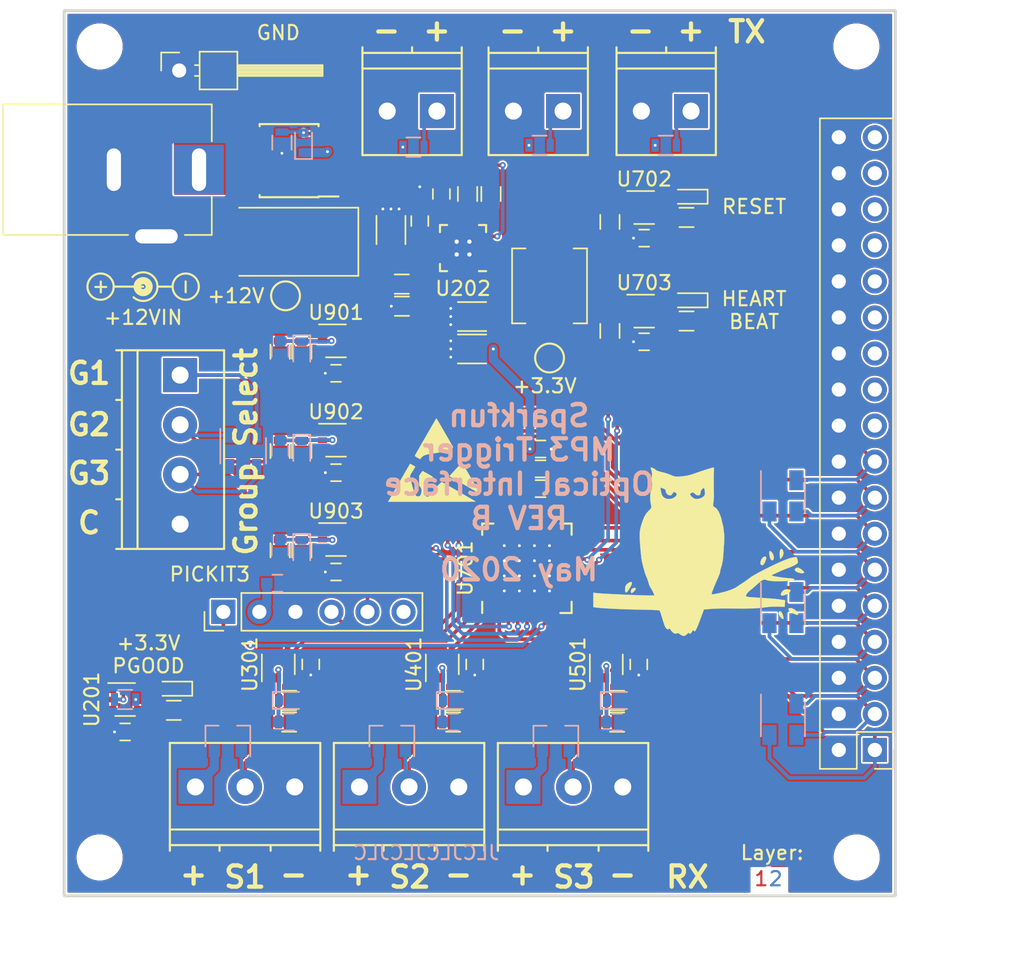
<source format=kicad_pcb>
(kicad_pcb (version 20171130) (host pcbnew "(5.1.4)-1")
  (layers (0 F.Cu signal) (31 B.Cu signal) (34 B.Paste user) (35 F.Paste user) (36 B.SilkS user) (37 F.SilkS user) (38 B.Mask user) (39 F.Mask user) (44 Edge.Cuts user))
  (net 0 "")
  (net 1 GND)
  (net 2 +12V)
  (net 3 "Net-(C204-Pad1)")
  (net 4 "Net-(C301-Pad1)")
  (net 5 "Net-(C401-Pad1)")
  (net 6 "Net-(C501-Pad1)")
  (net 7 "Net-(C901-Pad1)")
  (net 8 "Net-(C902-Pad1)")
  (net 9 "Net-(C903-Pad1)")
  (net 10 "Net-(D202-Pad1)")
  (net 11 "/Input Channel 1/YELLOW")
  (net 12 "/Input Channel 2/YELLOW")
  (net 13 "/Input Channel 3/YELLOW")
  (net 14 "Net-(D901-Pad4)")
  (net 15 "Net-(D901-Pad3)")
  (net 16 "Net-(D901-Pad1)")
  (net 17 ~Output_Group_1_Channel_3)
  (net 18 ~Output_Group_1_Channel_2)
  (net 19 ~Output_Group_1_Channel_1)
  (net 20 ~Output_Group_2_Channel_1)
  (net 21 ~Output_Group_2_Channel_2)
  (net 22 ~Output_Group_2_Channel_3)
  (net 23 ~Output_Group_3_Channel_3)
  (net 24 ~Output_Group_3_Channel_2)
  (net 25 ~Output_Group_3_Channel_1)
  (net 26 "Net-(J201-Pad1)")
  (net 27 "Net-(J301-Pad1)")
  (net 28 "Net-(J401-Pad1)")
  (net 29 "Net-(J501-Pad1)")
  (net 30 "Net-(L201-Pad1)")
  (net 31 "Net-(D201-Pad2)")
  (net 32 "Net-(R202-Pad2)")
  (net 33 "Net-(R204-Pad2)")
  (net 34 "Net-(R206-Pad2)")
  (net 35 Output_Group_Select_1)
  (net 36 Input_Channel_1)
  (net 37 Input_Channel_2)
  (net 38 Output_Group_Select_2)
  (net 39 Output_Group_Select_3)
  (net 40 Input_Channel_3)
  (net 41 +3V3)
  (net 42 "Net-(D701-Pad1)")
  (net 43 "Net-(D702-Pad1)")
  (net 44 "Net-(D901-Pad6)")
  (net 45 ~MCLR)
  (net 46 ICSPDAT)
  (net 47 ICSPCLK)
  (net 48 "Net-(J601-Pad6)")
  (net 49 "Net-(J1001-Pad35)")
  (net 50 "Net-(J1001-Pad33)")
  (net 51 "Net-(J1001-Pad31)")
  (net 52 "Net-(J1001-Pad29)")
  (net 53 "Net-(J1001-Pad27)")
  (net 54 "Net-(J1001-Pad25)")
  (net 55 "Net-(J1001-Pad23)")
  (net 56 "Net-(J1001-Pad21)")
  (net 57 "Net-(J1001-Pad19)")
  (net 58 POS3P3_PGOOD)
  (net 59 Reset_LED)
  (net 60 Heartbeat_LED)
  (net 61 "Net-(R703-Pad2)")
  (net 62 "Net-(R704-Pad2)")
  (net 63 "Net-(U701-Pad10)")
  (net 64 "Net-(U701-Pad9)")
  (net 65 "Net-(U701-Pad8)")
  (net 66 "Net-(U701-Pad7)")
  (module Connector_PinHeader_2.54mm:PinHeader_1x06_P2.54mm_Vertical (layer F.Cu) (at 120.8395 110.282 90)
    (fp_text reference J601 hide)
    (fp_text value PICKIT3)
    (pad 6 thru_hole oval (at 0 12.7 90) (size 1.7 1.7) (drill 1) (layers *.Cu *.Mask) (net 48 "Net-(J601-Pad6)"))
    (pad 5 thru_hole oval (at 0 10.16 90) (size 1.7 1.7) (drill 1) (layers *.Cu *.Mask) (net 47 ICSPCLK))
    (pad 4 thru_hole oval (at 0 7.62 90) (size 1.7 1.7) (drill 1) (layers *.Cu *.Mask) (net 46 ICSPDAT))
    (pad 3 thru_hole oval (at 0 5.08 90) (size 1.7 1.7) (drill 1) (layers *.Cu *.Mask) (net 1 GND))
    (pad 2 thru_hole oval (at 0 2.54 90) (size 1.7 1.7) (drill 1) (layers *.Cu *.Mask) (net 41 +3V3))
    (pad 1 thru_hole rect (at 0 0 90) (size 1.7 1.7) (drill 1) (layers *.Cu *.Mask) (net 45 ~MCLR))
  )
  (module Symbols:Symbol_Barrel_Polarity (layer F.Cu) (at 115.189 87.4395 180)
    (fp_text reference REF** hide)
    (fp_text value Symbol_Barrel_Polarity)
  )
  (module Symbols:ESD-Logo_6.6x6mm_SilkScreen (layer F.Cu) (at 135.6995 99.568)
    (fp_text reference REF*** hide)
    (fp_text value ESD-Logo_6.6x6mm_SilkScreen hide)
  )
  (module "Custom Footprints Library:Owl_1_Logo" (layer F.Cu) (at 154.686 106.045)
    (fp_text reference G*** hide)
    (fp_text value Owl_1_Logo hide)
  )
  (module TO_SOT_Packages_SMD:SOT-353_SC-70-5 (layer F.Cu) (at 150.495 89.0905)
    (fp_text reference U703 (at 0 -2) (layer F.SilkS))
    (fp_text value 74LVC1G14)
    (pad 5 smd rect (at 0.95 -0.65) (size 0.65 0.4) (layers F.Cu F.Paste F.Mask) (net 41 +3V3))
    (pad 4 smd rect (at 0.95 0.65) (size 0.65 0.4) (layers F.Cu F.Paste F.Mask) (net 62 "Net-(R704-Pad2)"))
    (pad 2 smd rect (at -0.95 0) (size 0.65 0.4) (layers F.Cu F.Paste F.Mask) (net 60 Heartbeat_LED))
    (pad 3 smd rect (at -0.95 0.65) (size 0.65 0.4) (layers F.Cu F.Paste F.Mask) (net 1 GND))
    (pad 1 smd rect (at -0.95 -0.65) (size 0.65 0.4) (layers F.Cu F.Paste F.Mask))
  )
  (module TO_SOT_Packages_SMD:SOT-353_SC-70-5 (layer F.Cu) (at 150.495 81.788)
    (fp_text reference U702 (at 0 -2) (layer F.SilkS))
    (fp_text value 74LVC1G14)
    (pad 5 smd rect (at 0.95 -0.65) (size 0.65 0.4) (layers F.Cu F.Paste F.Mask) (net 41 +3V3))
    (pad 4 smd rect (at 0.95 0.65) (size 0.65 0.4) (layers F.Cu F.Paste F.Mask) (net 61 "Net-(R703-Pad2)"))
    (pad 2 smd rect (at -0.95 0) (size 0.65 0.4) (layers F.Cu F.Paste F.Mask) (net 59 Reset_LED))
    (pad 3 smd rect (at -0.95 0.65) (size 0.65 0.4) (layers F.Cu F.Paste F.Mask) (net 1 GND))
    (pad 1 smd rect (at -0.95 -0.65) (size 0.65 0.4) (layers F.Cu F.Paste F.Mask))
  )
  (module Housings_DFN_QFN:QFN-28-1EP_6x6mm_Pitch0.65mm (layer F.Cu) (at 142.232 107.212 90)
    (fp_text reference U701 (at 0 -4.35 90) (layer F.SilkS))
    (fp_text value PIC18F27K40T-I_ML)
    (pad 29 smd rect (at -1.59375 -1.59375 90) (size 1.0625 1.0625) (layers F.Cu F.Paste F.Mask) (net 1 GND))
    (pad 29 smd rect (at -1.59375 -0.53125 90) (size 1.0625 1.0625) (layers F.Cu F.Paste F.Mask) (net 1 GND))
    (pad 29 smd rect (at -1.59375 0.53125 90) (size 1.0625 1.0625) (layers F.Cu F.Paste F.Mask) (net 1 GND))
    (pad 29 smd rect (at -1.59375 1.59375 90) (size 1.0625 1.0625) (layers F.Cu F.Paste F.Mask) (net 1 GND))
    (pad 29 smd rect (at -0.53125 -1.59375 90) (size 1.0625 1.0625) (layers F.Cu F.Paste F.Mask) (net 1 GND))
    (pad 29 smd rect (at -0.53125 -0.53125 90) (size 1.0625 1.0625) (layers F.Cu F.Paste F.Mask) (net 1 GND))
    (pad 29 smd rect (at -0.53125 0.53125 90) (size 1.0625 1.0625) (layers F.Cu F.Paste F.Mask) (net 1 GND))
    (pad 29 smd rect (at -0.53125 1.59375 90) (size 1.0625 1.0625) (layers F.Cu F.Paste F.Mask) (net 1 GND))
    (pad 29 smd rect (at 0.53125 -1.59375 90) (size 1.0625 1.0625) (layers F.Cu F.Paste F.Mask) (net 1 GND))
    (pad 29 smd rect (at 0.53125 -0.53125 90) (size 1.0625 1.0625) (layers F.Cu F.Paste F.Mask) (net 1 GND))
    (pad 29 smd rect (at 0.53125 0.53125 90) (size 1.0625 1.0625) (layers F.Cu F.Paste F.Mask) (net 1 GND))
    (pad 29 smd rect (at 0.53125 1.59375 90) (size 1.0625 1.0625) (layers F.Cu F.Paste F.Mask) (net 1 GND))
    (pad 29 smd rect (at 1.59375 -1.59375 90) (size 1.0625 1.0625) (layers F.Cu F.Paste F.Mask) (net 1 GND))
    (pad 29 smd rect (at 1.59375 -0.53125 90) (size 1.0625 1.0625) (layers F.Cu F.Paste F.Mask) (net 1 GND))
    (pad 29 smd rect (at 1.59375 0.53125 90) (size 1.0625 1.0625) (layers F.Cu F.Paste F.Mask) (net 1 GND))
    (pad 29 smd rect (at 1.59375 1.59375 90) (size 1.0625 1.0625) (layers F.Cu F.Paste F.Mask) (net 1 GND))
    (pad 28 smd rect (at -1.95 -2.85 180) (size 1 0.37) (layers F.Cu F.Paste F.Mask) (net 37 Input_Channel_2))
    (pad 27 smd rect (at -1.3 -2.85 180) (size 1 0.37) (layers F.Cu F.Paste F.Mask) (net 36 Input_Channel_1))
    (pad 26 smd rect (at -0.65 -2.85 180) (size 1 0.37) (layers F.Cu F.Paste F.Mask) (net 45 ~MCLR))
    (pad 25 smd rect (at 0 -2.85 180) (size 1 0.37) (layers F.Cu F.Paste F.Mask) (net 46 ICSPDAT))
    (pad 24 smd rect (at 0.65 -2.85 180) (size 1 0.37) (layers F.Cu F.Paste F.Mask) (net 47 ICSPCLK))
    (pad 23 smd rect (at 1.3 -2.85 180) (size 1 0.37) (layers F.Cu F.Paste F.Mask) (net 23 ~Output_Group_3_Channel_3))
    (pad 22 smd rect (at 1.95 -2.85 180) (size 1 0.37) (layers F.Cu F.Paste F.Mask) (net 24 ~Output_Group_3_Channel_2))
    (pad 21 smd rect (at 2.85 -1.95 90) (size 1 0.37) (layers F.Cu F.Paste F.Mask) (net 25 ~Output_Group_3_Channel_1))
    (pad 20 smd rect (at 2.85 -1.3 90) (size 1 0.37) (layers F.Cu F.Paste F.Mask) (net 22 ~Output_Group_2_Channel_3))
    (pad 19 smd rect (at 2.85 -0.65 90) (size 1 0.37) (layers F.Cu F.Paste F.Mask) (net 21 ~Output_Group_2_Channel_2))
    (pad 18 smd rect (at 2.85 0 90) (size 1 0.37) (layers F.Cu F.Paste F.Mask) (net 20 ~Output_Group_2_Channel_1))
    (pad 17 smd rect (at 2.85 0.65 90) (size 1 0.37) (layers F.Cu F.Paste F.Mask) (net 41 +3V3))
    (pad 16 smd rect (at 2.85 1.3 90) (size 1 0.37) (layers F.Cu F.Paste F.Mask) (net 1 GND))
    (pad 15 smd rect (at 2.85 1.95 90) (size 1 0.37) (layers F.Cu F.Paste F.Mask) (net 17 ~Output_Group_1_Channel_3))
    (pad 14 smd rect (at 1.95 2.85 180) (size 1 0.37) (layers F.Cu F.Paste F.Mask) (net 18 ~Output_Group_1_Channel_2))
    (pad 13 smd rect (at 1.3 2.85 180) (size 1 0.37) (layers F.Cu F.Paste F.Mask) (net 19 ~Output_Group_1_Channel_1))
    (pad 12 smd rect (at 0.65 2.85 180) (size 1 0.37) (layers F.Cu F.Paste F.Mask) (net 59 Reset_LED))
    (pad 11 smd rect (at 0 2.85 180) (size 1 0.37) (layers F.Cu F.Paste F.Mask) (net 60 Heartbeat_LED))
    (pad 10 smd rect (at -0.65 2.85 180) (size 1 0.37) (layers F.Cu F.Paste F.Mask) (net 63 "Net-(U701-Pad10)"))
    (pad 9 smd rect (at -1.3 2.85 180) (size 1 0.37) (layers F.Cu F.Paste F.Mask) (net 64 "Net-(U701-Pad9)"))
    (pad 8 smd rect (at -1.95 2.85 180) (size 1 0.37) (layers F.Cu F.Paste F.Mask) (net 65 "Net-(U701-Pad8)"))
    (pad 7 smd rect (at -2.85 1.95 90) (size 1 0.37) (layers F.Cu F.Paste F.Mask) (net 66 "Net-(U701-Pad7)"))
    (pad 6 smd rect (at -2.85 1.3 90) (size 1 0.37) (layers F.Cu F.Paste F.Mask) (net 58 POS3P3_PGOOD))
    (pad 5 smd rect (at -2.85 0.65 90) (size 1 0.37) (layers F.Cu F.Paste F.Mask) (net 1 GND))
    (pad 4 smd rect (at -2.85 0 90) (size 1 0.37) (layers F.Cu F.Paste F.Mask) (net 39 Output_Group_Select_3))
    (pad 3 smd rect (at -2.85 -0.65 90) (size 1 0.37) (layers F.Cu F.Paste F.Mask) (net 38 Output_Group_Select_2))
    (pad 2 smd rect (at -2.85 -1.3 90) (size 1 0.37) (layers F.Cu F.Paste F.Mask) (net 35 Output_Group_Select_1))
    (pad 1 smd rect (at -2.85 -1.95 90) (size 1 0.37) (layers F.Cu F.Paste F.Mask) (net 40 Input_Channel_3))
  )
  (module Resistors_SMD:R_0603 (layer F.Cu) (at 153.4795 89.789 180)
    (fp_text reference R704 hide)
    (fp_text value 2k)
    (pad 2 smd rect (at 0.75 0 180) (size 0.5 0.9) (layers F.Cu F.Paste F.Mask) (net 62 "Net-(R704-Pad2)"))
    (pad 1 smd rect (at -0.75 0 180) (size 0.5 0.9) (layers F.Cu F.Paste F.Mask) (net 43 "Net-(D702-Pad1)"))
  )
  (module Resistors_SMD:R_0603 (layer F.Cu) (at 153.4795 82.4865 180)
    (fp_text reference R703 hide)
    (fp_text value 2k)
    (pad 2 smd rect (at 0.75 0 180) (size 0.5 0.9) (layers F.Cu F.Paste F.Mask) (net 61 "Net-(R703-Pad2)"))
    (pad 1 smd rect (at -0.75 0 180) (size 0.5 0.9) (layers F.Cu F.Paste F.Mask) (net 42 "Net-(D701-Pad1)"))
  )
  (module Resistors_SMD:R_0603 (layer F.Cu) (at 148.082 90.4875 270)
    (fp_text reference R702 hide)
    (fp_text value 10k)
    (pad 2 smd rect (at 0.75 0 270) (size 0.5 0.9) (layers F.Cu F.Paste F.Mask) (net 1 GND))
    (pad 1 smd rect (at -0.75 0 270) (size 0.5 0.9) (layers F.Cu F.Paste F.Mask) (net 60 Heartbeat_LED))
  )
  (module Resistors_SMD:R_0603 (layer F.Cu) (at 148.082 82.804 90)
    (fp_text reference R701 hide)
    (fp_text value 10k)
    (pad 2 smd rect (at 0.75 0 90) (size 0.5 0.9) (layers F.Cu F.Paste F.Mask) (net 59 Reset_LED))
    (pad 1 smd rect (at -0.75 0 90) (size 0.5 0.9) (layers F.Cu F.Paste F.Mask) (net 41 +3V3))
  )
  (module LEDs:LED_0603 (layer F.Cu) (at 153.67 88.3285 180)
    (fp_text reference D702 hide)
    (fp_text value GREEN)
    (pad 1 smd rect (at -0.8 0) (size 0.8 0.8) (layers F.Cu F.Paste F.Mask) (net 43 "Net-(D702-Pad1)"))
    (pad 2 smd rect (at 0.8 0) (size 0.8 0.8) (layers F.Cu F.Paste F.Mask) (net 41 +3V3))
  )
  (module LEDs:LED_0603 (layer F.Cu) (at 153.67 81.026 180)
    (fp_text reference D701 hide)
    (fp_text value RED)
    (pad 1 smd rect (at -0.8 0) (size 0.8 0.8) (layers F.Cu F.Paste F.Mask) (net 42 "Net-(D701-Pad1)"))
    (pad 2 smd rect (at 0.8 0) (size 0.8 0.8) (layers F.Cu F.Paste F.Mask) (net 41 +3V3))
  )
  (module Capacitors_SMD:C_0603 (layer F.Cu) (at 150.495 91.2495 180)
    (fp_text reference C705 hide)
    (fp_text value 0.1uF)
    (pad 1 smd rect (at -0.75 0 180) (size 0.8 0.75) (layers F.Cu F.Paste F.Mask) (net 41 +3V3))
    (pad 2 smd rect (at 0.75 0 180) (size 0.8 0.75) (layers F.Cu F.Paste F.Mask) (net 1 GND))
  )
  (module Capacitors_SMD:C_0603 (layer F.Cu) (at 150.495 83.947 180)
    (fp_text reference C704 hide)
    (fp_text value 0.1uF)
    (pad 1 smd rect (at -0.75 0 180) (size 0.8 0.75) (layers F.Cu F.Paste F.Mask) (net 41 +3V3))
    (pad 2 smd rect (at 0.75 0 180) (size 0.8 0.75) (layers F.Cu F.Paste F.Mask) (net 1 GND))
  )
  (module Capacitors_SMD:C_0603 (layer F.Cu) (at 143.1925 101.6)
    (fp_text reference C703 hide)
    (fp_text value 1nF)
    (pad 1 smd rect (at -0.75 0) (size 0.8 0.75) (layers F.Cu F.Paste F.Mask) (net 41 +3V3))
    (pad 2 smd rect (at 0.75 0) (size 0.8 0.75) (layers F.Cu F.Paste F.Mask) (net 1 GND))
  )
  (module Capacitors_SMD:C_0603 (layer F.Cu) (at 143.1925 100.203)
    (fp_text reference C702 hide)
    (fp_text value 10nF)
    (pad 1 smd rect (at -0.75 0) (size 0.8 0.75) (layers F.Cu F.Paste F.Mask) (net 41 +3V3))
    (pad 2 smd rect (at 0.75 0) (size 0.8 0.75) (layers F.Cu F.Paste F.Mask) (net 1 GND))
  )
  (module Capacitors_SMD:C_0603 (layer F.Cu) (at 143.1925 98.806)
    (fp_text reference C701 hide)
    (fp_text value 0.1uF)
    (pad 1 smd rect (at -0.75 0) (size 0.8 0.75) (layers F.Cu F.Paste F.Mask) (net 41 +3V3))
    (pad 2 smd rect (at 0.75 0) (size 0.8 0.75) (layers F.Cu F.Paste F.Mask) (net 1 GND))
  )
  (module Capacitors_SMD:C_0603 (layer B.Cu) (at 124.6505 108.2675)
    (fp_text reference C601 hide)
    (fp_text value 0.1uF)
    (pad 1 smd rect (at -0.75 0) (size 0.8 0.75) (layers B.Cu B.Paste B.Mask) (net 41 +3V3))
    (pad 2 smd rect (at 0.75 0) (size 0.8 0.75) (layers B.Cu B.Paste B.Mask) (net 1 GND))
  )
  (module Resistors_SMD:R_0603 (layer F.Cu) (at 124.841 105.948 270)
    (fp_text reference R903 hide)
    (fp_text value 100)
    (pad 2 smd rect (at 0.75 0 270) (size 0.5 0.9) (layers F.Cu F.Paste F.Mask) (net 14 "Net-(D901-Pad4)"))
    (pad 1 smd rect (at -0.75 0 270) (size 0.5 0.9) (layers F.Cu F.Paste F.Mask) (net 9 "Net-(C903-Pad1)"))
  )
  (module Resistors_SMD:R_0603 (layer F.Cu) (at 124.841 98.948 270)
    (fp_text reference R902 hide)
    (fp_text value 100)
    (pad 2 smd rect (at 0.75 0 270) (size 0.5 0.9) (layers F.Cu F.Paste F.Mask) (net 16 "Net-(D901-Pad1)"))
    (pad 1 smd rect (at -0.75 0 270) (size 0.5 0.9) (layers F.Cu F.Paste F.Mask) (net 8 "Net-(C902-Pad1)"))
  )
  (module TO_SOT_Packages_SMD:SOT-353_SC-70-5 (layer F.Cu) (at 128.778 105.186)
    (fp_text reference U903 (at 0 -2) (layer F.SilkS))
    (fp_text value 74LVC1G14)
    (pad 1 smd rect (at -0.95 -0.65) (size 0.65 0.4) (layers F.Cu F.Paste F.Mask))
    (pad 3 smd rect (at -0.95 0.65) (size 0.65 0.4) (layers F.Cu F.Paste F.Mask) (net 1 GND))
    (pad 2 smd rect (at -0.95 0) (size 0.65 0.4) (layers F.Cu F.Paste F.Mask) (net 9 "Net-(C903-Pad1)"))
    (pad 4 smd rect (at 0.95 0.65) (size 0.65 0.4) (layers F.Cu F.Paste F.Mask) (net 39 Output_Group_Select_3))
    (pad 5 smd rect (at 0.95 -0.65) (size 0.65 0.4) (layers F.Cu F.Paste F.Mask) (net 41 +3V3))
  )
  (module TO_SOT_Packages_SMD:SOT-353_SC-70-5 (layer F.Cu) (at 128.778 98.186)
    (fp_text reference U902 (at 0 -2) (layer F.SilkS))
    (fp_text value 74LVC1G14)
    (pad 1 smd rect (at -0.95 -0.65) (size 0.65 0.4) (layers F.Cu F.Paste F.Mask))
    (pad 3 smd rect (at -0.95 0.65) (size 0.65 0.4) (layers F.Cu F.Paste F.Mask) (net 1 GND))
    (pad 2 smd rect (at -0.95 0) (size 0.65 0.4) (layers F.Cu F.Paste F.Mask) (net 8 "Net-(C902-Pad1)"))
    (pad 4 smd rect (at 0.95 0.65) (size 0.65 0.4) (layers F.Cu F.Paste F.Mask) (net 38 Output_Group_Select_2))
    (pad 5 smd rect (at 0.95 -0.65) (size 0.65 0.4) (layers F.Cu F.Paste F.Mask) (net 41 +3V3))
  )
  (module Resistors_SMD:R_0603 (layer F.Cu) (at 126.365 105.948 90)
    (fp_text reference R906 hide)
    (fp_text value 10k)
    (pad 1 smd rect (at -0.75 0 90) (size 0.5 0.9) (layers F.Cu F.Paste F.Mask) (net 41 +3V3))
    (pad 2 smd rect (at 0.75 0 90) (size 0.5 0.9) (layers F.Cu F.Paste F.Mask) (net 9 "Net-(C903-Pad1)"))
  )
  (module Resistors_SMD:R_0603 (layer F.Cu) (at 126.365 98.948 90)
    (fp_text reference R905 hide)
    (fp_text value 10k)
    (pad 1 smd rect (at -0.75 0 90) (size 0.5 0.9) (layers F.Cu F.Paste F.Mask) (net 41 +3V3))
    (pad 2 smd rect (at 0.75 0 90) (size 0.5 0.9) (layers F.Cu F.Paste F.Mask) (net 8 "Net-(C902-Pad1)"))
  )
  (module Diodes_SMD:D_SOD-523 (layer B.Cu) (at 126.365 105.948 270)
    (fp_text reference D904 hide)
    (fp_text value MM5Z3V6)
    (pad 2 smd rect (at 0.7 0 90) (size 0.6 0.7) (layers B.Cu B.Paste B.Mask) (net 1 GND))
    (pad 1 smd rect (at -0.7 0 90) (size 0.6 0.7) (layers B.Cu B.Paste B.Mask) (net 9 "Net-(C903-Pad1)"))
  )
  (module Diodes_SMD:D_SOD-523 (layer B.Cu) (at 126.365 98.948 270)
    (fp_text reference D903 hide)
    (fp_text value MM5Z3V6)
    (pad 2 smd rect (at 0.7 0 90) (size 0.6 0.7) (layers B.Cu B.Paste B.Mask) (net 1 GND))
    (pad 1 smd rect (at -0.7 0 90) (size 0.6 0.7) (layers B.Cu B.Paste B.Mask) (net 8 "Net-(C902-Pad1)"))
  )
  (module Capacitors_SMD:C_0603 (layer F.Cu) (at 128.778 107.472 180)
    (fp_text reference C906 hide)
    (fp_text value 0.1uF)
    (pad 1 smd rect (at -0.75 0 180) (size 0.8 0.75) (layers F.Cu F.Paste F.Mask) (net 41 +3V3))
    (pad 2 smd rect (at 0.75 0 180) (size 0.8 0.75) (layers F.Cu F.Paste F.Mask) (net 1 GND))
  )
  (module Capacitors_SMD:C_0603 (layer F.Cu) (at 128.778 100.472 180)
    (fp_text reference C905 hide)
    (fp_text value 0.1uF)
    (pad 1 smd rect (at -0.75 0 180) (size 0.8 0.75) (layers F.Cu F.Paste F.Mask) (net 41 +3V3))
    (pad 2 smd rect (at 0.75 0 180) (size 0.8 0.75) (layers F.Cu F.Paste F.Mask) (net 1 GND))
  )
  (module Capacitors_SMD:C_0603 (layer B.Cu) (at 124.841 105.948 270)
    (fp_text reference C903 hide)
    (fp_text value 10nF)
    (pad 1 smd rect (at -0.75 0 270) (size 0.8 0.75) (layers B.Cu B.Paste B.Mask) (net 9 "Net-(C903-Pad1)"))
    (pad 2 smd rect (at 0.75 0 270) (size 0.8 0.75) (layers B.Cu B.Paste B.Mask) (net 1 GND))
  )
  (module Capacitors_SMD:C_0603 (layer B.Cu) (at 124.841 98.948 270)
    (fp_text reference C902 hide)
    (fp_text value 10nF)
    (pad 1 smd rect (at -0.75 0 270) (size 0.8 0.75) (layers B.Cu B.Paste B.Mask) (net 8 "Net-(C902-Pad1)"))
    (pad 2 smd rect (at 0.75 0 270) (size 0.8 0.75) (layers B.Cu B.Paste B.Mask) (net 1 GND))
  )
  (module Capacitors_SMD:C_0603 (layer F.Cu) (at 113.919 118.745 180)
    (fp_text reference C201 hide)
    (fp_text value 0.1uF)
    (pad 2 smd rect (at 0.75 0 180) (size 0.8 0.75) (layers F.Cu F.Paste F.Mask) (net 1 GND))
    (pad 1 smd rect (at -0.75 0 180) (size 0.8 0.75) (layers F.Cu F.Paste F.Mask) (net 41 +3V3))
  )
  (module Capacitors_Tantalum_SMD:CP_Tantalum_Case-D_EIA-7343-31_Reflow (layer F.Cu) (at 125.603 84.201 180)
    (fp_text reference C202 hide)
    (fp_text value 100uF)
    (pad 2 smd rect (at 3.175 0 180) (size 2.55 2.7) (layers F.Cu F.Paste F.Mask) (net 1 GND))
    (pad 1 smd rect (at -3.175 0 180) (size 2.55 2.7) (layers F.Cu F.Paste F.Mask) (net 2 +12V))
  )
  (module Capacitors_SMD:C_1206 (layer F.Cu) (at 132.6515 83.3755 90)
    (fp_text reference C203 hide)
    (fp_text value 10uF)
    (pad 2 smd rect (at 1.5 0 90) (size 1 1.6) (layers F.Cu F.Paste F.Mask) (net 1 GND))
    (pad 1 smd rect (at -1.5 0 90) (size 1 1.6) (layers F.Cu F.Paste F.Mask) (net 2 +12V))
  )
  (module Capacitors_SMD:C_0603 (layer F.Cu) (at 136.2075 80.8355 90)
    (fp_text reference C204 hide)
    (fp_text value 10nF)
    (pad 1 smd rect (at -0.75 0 90) (size 0.8 0.75) (layers F.Cu F.Paste F.Mask) (net 3 "Net-(C204-Pad1)"))
    (pad 2 smd rect (at 0.75 0 90) (size 0.8 0.75) (layers F.Cu F.Paste F.Mask) (net 1 GND))
  )
  (module Capacitors_SMD:C_0603 (layer F.Cu) (at 134.6835 82.7405 90)
    (fp_text reference C205 hide)
    (fp_text value 0.1uF)
    (pad 2 smd rect (at 0.75 0 90) (size 0.8 0.75) (layers F.Cu F.Paste F.Mask) (net 1 GND))
    (pad 1 smd rect (at -0.75 0 90) (size 0.8 0.75) (layers F.Cu F.Paste F.Mask) (net 2 +12V))
  )
  (module Capacitors_SMD:C_1206 (layer F.Cu) (at 138.3665 91.7575 180)
    (fp_text reference C206 hide)
    (fp_text value 22uF)
    (pad 1 smd rect (at -1.5 0 180) (size 1 1.6) (layers F.Cu F.Paste F.Mask) (net 41 +3V3))
    (pad 2 smd rect (at 1.5 0 180) (size 1 1.6) (layers F.Cu F.Paste F.Mask) (net 1 GND))
  )
  (module Capacitors_SMD:C_1206 (layer F.Cu) (at 138.3665 89.4715 180)
    (fp_text reference C207 hide)
    (fp_text value 22uF)
    (pad 2 smd rect (at 1.5 0 180) (size 1 1.6) (layers F.Cu F.Paste F.Mask) (net 1 GND))
    (pad 1 smd rect (at -1.5 0 180) (size 1 1.6) (layers F.Cu F.Paste F.Mask) (net 41 +3V3))
  )
  (module Capacitors_SMD:C_0603 (layer B.Cu) (at 125.476 118.0465)
    (fp_text reference C301 hide)
    (fp_text value 10nF)
    (pad 1 smd rect (at -0.75 0) (size 0.8 0.75) (layers B.Cu B.Paste B.Mask) (net 4 "Net-(C301-Pad1)"))
    (pad 2 smd rect (at 0.75 0) (size 0.8 0.75) (layers B.Cu B.Paste B.Mask) (net 1 GND))
  )
  (module Capacitors_SMD:C_0603 (layer F.Cu) (at 127 113.9825 270)
    (fp_text reference C302 hide)
    (fp_text value 0.1uF)
    (pad 1 smd rect (at -0.75 0 270) (size 0.8 0.75) (layers F.Cu F.Paste F.Mask) (net 41 +3V3))
    (pad 2 smd rect (at 0.75 0 270) (size 0.8 0.75) (layers F.Cu F.Paste F.Mask) (net 1 GND))
  )
  (module Capacitors_SMD:C_0603 (layer B.Cu) (at 137.033 118.049)
    (fp_text reference C401 hide)
    (fp_text value 10nF)
    (pad 2 smd rect (at 0.75 0) (size 0.8 0.75) (layers B.Cu B.Paste B.Mask) (net 1 GND))
    (pad 1 smd rect (at -0.75 0) (size 0.8 0.75) (layers B.Cu B.Paste B.Mask) (net 5 "Net-(C401-Pad1)"))
  )
  (module Capacitors_SMD:C_0603 (layer F.Cu) (at 138.557 113.985 270)
    (fp_text reference C402 hide)
    (fp_text value 0.1uF)
    (pad 1 smd rect (at -0.75 0 270) (size 0.8 0.75) (layers F.Cu F.Paste F.Mask) (net 41 +3V3))
    (pad 2 smd rect (at 0.75 0 270) (size 0.8 0.75) (layers F.Cu F.Paste F.Mask) (net 1 GND))
  )
  (module Capacitors_SMD:C_0603 (layer B.Cu) (at 148.59 118.0515)
    (fp_text reference C501 hide)
    (fp_text value 10nF)
    (pad 2 smd rect (at 0.75 0) (size 0.8 0.75) (layers B.Cu B.Paste B.Mask) (net 1 GND))
    (pad 1 smd rect (at -0.75 0) (size 0.8 0.75) (layers B.Cu B.Paste B.Mask) (net 6 "Net-(C501-Pad1)"))
  )
  (module Capacitors_SMD:C_0603 (layer F.Cu) (at 150.114 113.9875 270)
    (fp_text reference C502 hide)
    (fp_text value 0.1uF)
    (pad 2 smd rect (at 0.75 0 270) (size 0.8 0.75) (layers F.Cu F.Paste F.Mask) (net 1 GND))
    (pad 1 smd rect (at -0.75 0 270) (size 0.8 0.75) (layers F.Cu F.Paste F.Mask) (net 41 +3V3))
  )
  (module Capacitors_SMD:C_0603 (layer B.Cu) (at 124.841 91.948 270)
    (fp_text reference C901 hide)
    (fp_text value 10nF)
    (pad 2 smd rect (at 0.75 0 270) (size 0.8 0.75) (layers B.Cu B.Paste B.Mask) (net 1 GND))
    (pad 1 smd rect (at -0.75 0 270) (size 0.8 0.75) (layers B.Cu B.Paste B.Mask) (net 7 "Net-(C901-Pad1)"))
  )
  (module Capacitors_SMD:C_0603 (layer F.Cu) (at 128.778 93.472 180)
    (fp_text reference C904 hide)
    (fp_text value 0.1uF)
    (pad 2 smd rect (at 0.75 0 180) (size 0.8 0.75) (layers F.Cu F.Paste F.Mask) (net 1 GND))
    (pad 1 smd rect (at -0.75 0 180) (size 0.8 0.75) (layers F.Cu F.Paste F.Mask) (net 41 +3V3))
  )
  (module LEDs:LED_0603 (layer F.Cu) (at 117.348 115.697 180)
    (fp_text reference D202 hide)
    (fp_text value GREEN)
    (pad 1 smd rect (at -0.8 0) (size 0.8 0.8) (layers F.Cu F.Paste F.Mask) (net 10 "Net-(D202-Pad1)"))
    (pad 2 smd rect (at 0.8 0) (size 0.8 0.8) (layers F.Cu F.Paste F.Mask) (net 41 +3V3))
  )
  (module TO_SOT_Packages_SMD:SOT-23 (layer B.Cu) (at 121.158 119.0625 90)
    (fp_text reference D301 hide)
    (fp_text value CM1213A-01SO)
    (pad 3 smd rect (at 1 0 90) (size 0.9 0.8) (layers B.Cu B.Paste B.Mask) (net 1 GND))
    (pad 2 smd rect (at -1 -0.95 90) (size 0.9 0.8) (layers B.Cu B.Paste B.Mask) (net 41 +3V3))
    (pad 1 smd rect (at -1 0.95 90) (size 0.9 0.8) (layers B.Cu B.Paste B.Mask) (net 11 "/Input Channel 1/YELLOW"))
  )
  (module TO_SOT_Packages_SMD:SOT-23 (layer B.Cu) (at 132.715 119.065 90)
    (fp_text reference D401 hide)
    (fp_text value CM1213A-01SO)
    (pad 3 smd rect (at 1 0 90) (size 0.9 0.8) (layers B.Cu B.Paste B.Mask) (net 1 GND))
    (pad 2 smd rect (at -1 -0.95 90) (size 0.9 0.8) (layers B.Cu B.Paste B.Mask) (net 41 +3V3))
    (pad 1 smd rect (at -1 0.95 90) (size 0.9 0.8) (layers B.Cu B.Paste B.Mask) (net 12 "/Input Channel 2/YELLOW"))
  )
  (module TO_SOT_Packages_SMD:SOT-23 (layer B.Cu) (at 144.272 119.0675 90)
    (fp_text reference D501 hide)
    (fp_text value CM1213A-01SO)
    (pad 1 smd rect (at -1 0.95 90) (size 0.9 0.8) (layers B.Cu B.Paste B.Mask) (net 13 "/Input Channel 3/YELLOW"))
    (pad 2 smd rect (at -1 -0.95 90) (size 0.9 0.8) (layers B.Cu B.Paste B.Mask) (net 41 +3V3))
    (pad 3 smd rect (at 1 0 90) (size 0.9 0.8) (layers B.Cu B.Paste B.Mask) (net 1 GND))
  )
  (module TO_SOT_Packages_SMD:SOT-23-6 (layer B.Cu) (at 122.2375 98.933 270)
    (fp_text reference D901 hide)
    (fp_text value ESDA6V1BC6)
    (pad 5 smd rect (at 1.1 0 270) (size 1.06 0.65) (layers B.Cu B.Paste B.Mask) (net 1 GND))
    (pad 6 smd rect (at 1.1 0.95 270) (size 1.06 0.65) (layers B.Cu B.Paste B.Mask) (net 44 "Net-(D901-Pad6)"))
    (pad 4 smd rect (at 1.1 -0.95 270) (size 1.06 0.65) (layers B.Cu B.Paste B.Mask) (net 14 "Net-(D901-Pad4)"))
    (pad 3 smd rect (at -1.1 -0.95 270) (size 1.06 0.65) (layers B.Cu B.Paste B.Mask) (net 15 "Net-(D901-Pad3)"))
    (pad 2 smd rect (at -1.1 0 270) (size 1.06 0.65) (layers B.Cu B.Paste B.Mask) (net 1 GND))
    (pad 1 smd rect (at -1.1 0.95 270) (size 1.06 0.65) (layers B.Cu B.Paste B.Mask) (net 16 "Net-(D901-Pad1)"))
  )
  (module TO_SOT_Packages_SMD:SOT-143 (layer B.Cu) (at 160.274 117.856 270)
    (fp_text reference D1001 hide)
    (fp_text value SP0503BAHT)
    (pad 4 smd rect (at 1.1 0.95) (size 1 1.4) (layers B.Cu B.Paste B.Mask) (net 19 ~Output_Group_1_Channel_1))
    (pad 3 smd rect (at 1.1 -0.95) (size 1 1.4) (layers B.Cu B.Paste B.Mask) (net 18 ~Output_Group_1_Channel_2))
    (pad 2 smd rect (at -1.1 -0.95) (size 1 1.4) (layers B.Cu B.Paste B.Mask) (net 17 ~Output_Group_1_Channel_3))
    (pad 1 smd rect (at -1.1 0.77) (size 1.2 1.4) (layers B.Cu B.Paste B.Mask) (net 1 GND))
  )
  (module TO_SOT_Packages_SMD:SOT-143 (layer B.Cu) (at 160.274 109.982 270)
    (fp_text reference D1002 hide)
    (fp_text value SP0503BAHT)
    (pad 1 smd rect (at -1.1 0.77) (size 1.2 1.4) (layers B.Cu B.Paste B.Mask) (net 1 GND))
    (pad 2 smd rect (at -1.1 -0.95) (size 1 1.4) (layers B.Cu B.Paste B.Mask) (net 22 ~Output_Group_2_Channel_3))
    (pad 3 smd rect (at 1.1 -0.95) (size 1 1.4) (layers B.Cu B.Paste B.Mask) (net 21 ~Output_Group_2_Channel_2))
    (pad 4 smd rect (at 1.1 0.95) (size 1 1.4) (layers B.Cu B.Paste B.Mask) (net 20 ~Output_Group_2_Channel_1))
  )
  (module TO_SOT_Packages_SMD:SOT-143 (layer B.Cu) (at 160.274 102.108 270)
    (fp_text reference D1003 hide)
    (fp_text value SP0503BAHT)
    (pad 4 smd rect (at 1.1 0.95) (size 1 1.4) (layers B.Cu B.Paste B.Mask) (net 25 ~Output_Group_3_Channel_1))
    (pad 3 smd rect (at 1.1 -0.95) (size 1 1.4) (layers B.Cu B.Paste B.Mask) (net 24 ~Output_Group_3_Channel_2))
    (pad 2 smd rect (at -1.1 -0.95) (size 1 1.4) (layers B.Cu B.Paste B.Mask) (net 23 ~Output_Group_3_Channel_3))
    (pad 1 smd rect (at -1.1 0.77) (size 1.2 1.4) (layers B.Cu B.Paste B.Mask) (net 1 GND))
  )
  (module Connectors:BARREL_JACK (layer F.Cu) (at 119.126 79.121)
    (fp_text reference J201 hide)
    (fp_text value +12VIN)
    (pad 3 thru_hole rect (at -3 4.7) (size 3.5 3.5) (drill oval 3 1) (layers *.Cu *.Mask) (net 1 GND))
    (pad 2 thru_hole rect (at -6 0) (size 3.5 3.5) (drill oval 1 3) (layers *.Cu *.Mask) (net 1 GND))
    (pad 1 thru_hole rect (at 0 0) (size 3.5 3.5) (drill oval 1 3) (layers *.Cu *.Mask) (net 26 "Net-(J201-Pad1)"))
  )
  (module TerminalBlock_Phoenix:TerminalBlock_Phoenix_PT-3.5mm_2pol (layer F.Cu) (at 135.89 74.9935 180)
    (fp_text reference J301 hide)
    (fp_text value TX1)
    (pad 1 thru_hole rect (at 0 0 180) (size 2.4 2.4) (drill 1.2) (layers *.Cu *.Mask) (net 27 "Net-(J301-Pad1)"))
    (pad 2 thru_hole circle (at 3.5 0 180) (size 2.4 2.4) (drill 1.2) (layers *.Cu *.Mask) (net 1 GND))
  )
  (module TerminalBlock_Phoenix:TerminalBlock_Phoenix_PT-3.5mm_3pol (layer F.Cu) (at 118.872 122.6185)
    (fp_text reference J302 hide)
    (fp_text value RX1)
    (pad 2 thru_hole circle (at 3.5 0) (size 2.4 2.4) (drill 1.2) (layers *.Cu *.Mask) (net 11 "/Input Channel 1/YELLOW"))
    (pad 3 thru_hole circle (at 7 0) (size 2.4 2.4) (drill 1.2) (layers *.Cu *.Mask) (net 1 GND))
    (pad 1 thru_hole rect (at 0 0) (size 2.4 2.4) (drill 1.2) (layers *.Cu *.Mask) (net 41 +3V3))
  )
  (module TerminalBlock_Phoenix:TerminalBlock_Phoenix_PT-3.5mm_2pol (layer F.Cu) (at 144.78 74.9935 180)
    (fp_text reference J401 hide)
    (fp_text value TX2)
    (pad 1 thru_hole rect (at 0 0 180) (size 2.4 2.4) (drill 1.2) (layers *.Cu *.Mask) (net 28 "Net-(J401-Pad1)"))
    (pad 2 thru_hole circle (at 3.5 0 180) (size 2.4 2.4) (drill 1.2) (layers *.Cu *.Mask) (net 1 GND))
  )
  (module TerminalBlock_Phoenix:TerminalBlock_Phoenix_PT-3.5mm_3pol (layer F.Cu) (at 130.429 122.621)
    (fp_text reference J402 hide)
    (fp_text value RX2)
    (pad 1 thru_hole rect (at 0 0) (size 2.4 2.4) (drill 1.2) (layers *.Cu *.Mask) (net 41 +3V3))
    (pad 3 thru_hole circle (at 7 0) (size 2.4 2.4) (drill 1.2) (layers *.Cu *.Mask) (net 1 GND))
    (pad 2 thru_hole circle (at 3.5 0) (size 2.4 2.4) (drill 1.2) (layers *.Cu *.Mask) (net 12 "/Input Channel 2/YELLOW"))
  )
  (module TerminalBlock_Phoenix:TerminalBlock_Phoenix_PT-3.5mm_2pol (layer F.Cu) (at 153.797 74.9935 180)
    (fp_text reference J501 hide)
    (fp_text value TX3)
    (pad 2 thru_hole circle (at 3.5 0 180) (size 2.4 2.4) (drill 1.2) (layers *.Cu *.Mask) (net 1 GND))
    (pad 1 thru_hole rect (at 0 0 180) (size 2.4 2.4) (drill 1.2) (layers *.Cu *.Mask) (net 29 "Net-(J501-Pad1)"))
  )
  (module TerminalBlock_Phoenix:TerminalBlock_Phoenix_PT-3.5mm_3pol (layer F.Cu) (at 141.986 122.6235)
    (fp_text reference J502 hide)
    (fp_text value RX3)
    (pad 1 thru_hole rect (at 0 0) (size 2.4 2.4) (drill 1.2) (layers *.Cu *.Mask) (net 41 +3V3))
    (pad 3 thru_hole circle (at 7 0) (size 2.4 2.4) (drill 1.2) (layers *.Cu *.Mask) (net 1 GND))
    (pad 2 thru_hole circle (at 3.5 0) (size 2.4 2.4) (drill 1.2) (layers *.Cu *.Mask) (net 13 "/Input Channel 3/YELLOW"))
  )
  (module TerminalBlock_Phoenix:TerminalBlock_Phoenix_PT-3.5mm_4pol (layer F.Cu) (at 117.7925 93.599 270)
    (fp_text reference J901 hide)
    (fp_text value "Group Select")
    (pad 1 thru_hole rect (at 0 0 270) (size 2.4 2.4) (drill 1.2) (layers *.Cu *.Mask) (net 15 "Net-(D901-Pad3)"))
    (pad 2 thru_hole circle (at 3.5 0 270) (size 2.4 2.4) (drill 1.2) (layers *.Cu *.Mask) (net 16 "Net-(D901-Pad1)"))
    (pad 4 thru_hole circle (at 10.5 0 270) (size 2.4 2.4) (drill 1.2) (layers *.Cu *.Mask) (net 1 GND))
    (pad 3 thru_hole circle (at 7 0 270) (size 2.4 2.4) (drill 1.2) (layers *.Cu *.Mask) (net 14 "Net-(D901-Pad4)"))
  )
  (module Pin_Headers:Pin_Header_Straight_2x18_Pitch2.54mm (layer F.Cu) (at 166.751 120.015 180)
    (fp_text reference J1001 hide)
    (fp_text value "Trigger Output")
    (pad 36 thru_hole oval (at 2.54 43.18 180) (size 1.7 1.7) (drill 1) (layers *.Cu *.Mask) (net 1 GND))
    (pad 35 thru_hole oval (at 0 43.18 180) (size 1.7 1.7) (drill 1) (layers *.Cu *.Mask) (net 49 "Net-(J1001-Pad35)"))
    (pad 34 thru_hole oval (at 2.54 40.64 180) (size 1.7 1.7) (drill 1) (layers *.Cu *.Mask) (net 1 GND))
    (pad 33 thru_hole oval (at 0 40.64 180) (size 1.7 1.7) (drill 1) (layers *.Cu *.Mask) (net 50 "Net-(J1001-Pad33)"))
    (pad 32 thru_hole oval (at 2.54 38.1 180) (size 1.7 1.7) (drill 1) (layers *.Cu *.Mask) (net 1 GND))
    (pad 31 thru_hole oval (at 0 38.1 180) (size 1.7 1.7) (drill 1) (layers *.Cu *.Mask) (net 51 "Net-(J1001-Pad31)"))
    (pad 30 thru_hole oval (at 2.54 35.56 180) (size 1.7 1.7) (drill 1) (layers *.Cu *.Mask) (net 1 GND))
    (pad 29 thru_hole oval (at 0 35.56 180) (size 1.7 1.7) (drill 1) (layers *.Cu *.Mask) (net 52 "Net-(J1001-Pad29)"))
    (pad 28 thru_hole oval (at 2.54 33.02 180) (size 1.7 1.7) (drill 1) (layers *.Cu *.Mask) (net 1 GND))
    (pad 27 thru_hole oval (at 0 33.02 180) (size 1.7 1.7) (drill 1) (layers *.Cu *.Mask) (net 53 "Net-(J1001-Pad27)"))
    (pad 26 thru_hole oval (at 2.54 30.48 180) (size 1.7 1.7) (drill 1) (layers *.Cu *.Mask) (net 1 GND))
    (pad 25 thru_hole oval (at 0 30.48 180) (size 1.7 1.7) (drill 1) (layers *.Cu *.Mask) (net 54 "Net-(J1001-Pad25)"))
    (pad 24 thru_hole oval (at 2.54 27.94 180) (size 1.7 1.7) (drill 1) (layers *.Cu *.Mask) (net 1 GND))
    (pad 23 thru_hole oval (at 0 27.94 180) (size 1.7 1.7) (drill 1) (layers *.Cu *.Mask) (net 55 "Net-(J1001-Pad23)"))
    (pad 22 thru_hole oval (at 2.54 25.4 180) (size 1.7 1.7) (drill 1) (layers *.Cu *.Mask) (net 1 GND))
    (pad 21 thru_hole oval (at 0 25.4 180) (size 1.7 1.7) (drill 1) (layers *.Cu *.Mask) (net 56 "Net-(J1001-Pad21)"))
    (pad 20 thru_hole oval (at 2.54 22.86 180) (size 1.7 1.7) (drill 1) (layers *.Cu *.Mask) (net 1 GND))
    (pad 19 thru_hole oval (at 0 22.86 180) (size 1.7 1.7) (drill 1) (layers *.Cu *.Mask) (net 57 "Net-(J1001-Pad19)"))
    (pad 18 thru_hole oval (at 2.54 20.32 180) (size 1.7 1.7) (drill 1) (layers *.Cu *.Mask) (net 1 GND))
    (pad 17 thru_hole oval (at 0 20.32 180) (size 1.7 1.7) (drill 1) (layers *.Cu *.Mask) (net 23 ~Output_Group_3_Channel_3))
    (pad 16 thru_hole oval (at 2.54 17.78 180) (size 1.7 1.7) (drill 1) (layers *.Cu *.Mask) (net 1 GND))
    (pad 15 thru_hole oval (at 0 17.78 180) (size 1.7 1.7) (drill 1) (layers *.Cu *.Mask) (net 24 ~Output_Group_3_Channel_2))
    (pad 14 thru_hole oval (at 2.54 15.24 180) (size 1.7 1.7) (drill 1) (layers *.Cu *.Mask) (net 1 GND))
    (pad 13 thru_hole oval (at 0 15.24 180) (size 1.7 1.7) (drill 1) (layers *.Cu *.Mask) (net 25 ~Output_Group_3_Channel_1))
    (pad 12 thru_hole oval (at 2.54 12.7 180) (size 1.7 1.7) (drill 1) (layers *.Cu *.Mask) (net 1 GND))
    (pad 11 thru_hole oval (at 0 12.7 180) (size 1.7 1.7) (drill 1) (layers *.Cu *.Mask) (net 22 ~Output_Group_2_Channel_3))
    (pad 10 thru_hole oval (at 2.54 10.16 180) (size 1.7 1.7) (drill 1) (layers *.Cu *.Mask) (net 1 GND))
    (pad 9 thru_hole oval (at 0 10.16 180) (size 1.7 1.7) (drill 1) (layers *.Cu *.Mask) (net 21 ~Output_Group_2_Channel_2))
    (pad 8 thru_hole oval (at 2.54 7.62 180) (size 1.7 1.7) (drill 1) (layers *.Cu *.Mask) (net 1 GND))
    (pad 7 thru_hole oval (at 0 7.62 180) (size 1.7 1.7) (drill 1) (layers *.Cu *.Mask) (net 20 ~Output_Group_2_Channel_1))
    (pad 6 thru_hole oval (at 2.54 5.08 180) (size 1.7 1.7) (drill 1) (layers *.Cu *.Mask) (net 1 GND))
    (pad 5 thru_hole oval (at 0 5.08 180) (size 1.7 1.7) (drill 1) (layers *.Cu *.Mask) (net 17 ~Output_Group_1_Channel_3))
    (pad 4 thru_hole oval (at 2.54 2.54 180) (size 1.7 1.7) (drill 1) (layers *.Cu *.Mask) (net 1 GND))
    (pad 3 thru_hole oval (at 0 2.54 180) (size 1.7 1.7) (drill 1) (layers *.Cu *.Mask) (net 18 ~Output_Group_1_Channel_2))
    (pad 2 thru_hole oval (at 2.54 0 180) (size 1.7 1.7) (drill 1) (layers *.Cu *.Mask) (net 1 GND))
    (pad 1 thru_hole rect (at 0 0 180) (size 1.7 1.7) (drill 1) (layers *.Cu *.Mask) (net 19 ~Output_Group_1_Channel_1))
  )
  (module Inductors_SMD:L_Vishay_IHLP-2020 (layer F.Cu) (at 143.8275 87.3125 270)
    (fp_text reference L201 hide)
    (fp_text value 2.2u)
    (pad 2 smd rect (at 2.4265 0 270) (size 1.903 2.79) (layers F.Cu F.Paste F.Mask) (net 41 +3V3))
    (pad 1 smd rect (at -2.4265 0 270) (size 1.903 2.79) (layers F.Cu F.Paste F.Mask) (net 30 "Net-(L201-Pad1)"))
  )
  (module Resistors_SMD:R_0603 (layer B.Cu) (at 124.968 77.216 270)
    (fp_text reference R201 hide)
    (fp_text value 10k)
    (pad 2 smd rect (at 0.75 0 270) (size 0.5 0.9) (layers B.Cu B.Paste B.Mask) (net 1 GND))
    (pad 1 smd rect (at -0.75 0 270) (size 0.5 0.9) (layers B.Cu B.Paste B.Mask) (net 31 "Net-(D201-Pad2)"))
  )
  (module Resistors_SMD:R_0603 (layer F.Cu) (at 117.348 117.221 180)
    (fp_text reference R202 hide)
    (fp_text value 2k)
    (pad 1 smd rect (at -0.75 0 180) (size 0.5 0.9) (layers F.Cu F.Paste F.Mask) (net 10 "Net-(D202-Pad1)"))
    (pad 2 smd rect (at 0.75 0 180) (size 0.5 0.9) (layers F.Cu F.Paste F.Mask) (net 32 "Net-(R202-Pad2)"))
  )
  (module Resistors_SMD:R_0603 (layer B.Cu) (at 113.919 116.459 180)
    (fp_text reference R203 hide)
    (fp_text value 10k)
    (pad 2 smd rect (at 0.75 0 180) (size 0.5 0.9) (layers B.Cu B.Paste B.Mask) (net 58 POS3P3_PGOOD))
    (pad 1 smd rect (at -0.75 0 180) (size 0.5 0.9) (layers B.Cu B.Paste B.Mask) (net 41 +3V3))
  )
  (module Resistors_SMD:R_0603 (layer F.Cu) (at 133.4135 87.1855)
    (fp_text reference R204 hide)
    (fp_text value 100k)
    (pad 1 smd rect (at -0.75 0) (size 0.5 0.9) (layers F.Cu F.Paste F.Mask) (net 2 +12V))
    (pad 2 smd rect (at 0.75 0) (size 0.5 0.9) (layers F.Cu F.Paste F.Mask) (net 33 "Net-(R204-Pad2)"))
  )
  (module Resistors_SMD:R_0603 (layer F.Cu) (at 133.425499 88.743499 180)
    (fp_text reference R205 hide)
    (fp_text value 10.5k)
    (pad 2 smd rect (at 0.75 0 180) (size 0.5 0.9) (layers F.Cu F.Paste F.Mask) (net 1 GND))
    (pad 1 smd rect (at -0.75 0 180) (size 0.5 0.9) (layers F.Cu F.Paste F.Mask) (net 33 "Net-(R204-Pad2)"))
  )
  (module Resistors_SMD:R_0603 (layer F.Cu) (at 139.7 80.8355 270)
    (fp_text reference R206 hide)
    (fp_text value 10.5k)
    (pad 2 smd rect (at 0.75 0 270) (size 0.5 0.9) (layers F.Cu F.Paste F.Mask) (net 34 "Net-(R206-Pad2)"))
    (pad 1 smd rect (at -0.75 0 270) (size 0.5 0.9) (layers F.Cu F.Paste F.Mask) (net 41 +3V3))
  )
  (module Resistors_SMD:R_0603 (layer F.Cu) (at 138.049 80.8355 90)
    (fp_text reference R207 hide)
    (fp_text value 2k)
    (pad 2 smd rect (at 0.75 0 90) (size 0.5 0.9) (layers F.Cu F.Paste F.Mask) (net 1 GND))
    (pad 1 smd rect (at -0.75 0 90) (size 0.5 0.9) (layers F.Cu F.Paste F.Mask) (net 34 "Net-(R206-Pad2)"))
  )
  (module Resistors_SMD:R_0603 (layer B.Cu) (at 134.239 77.5335)
    (fp_text reference R301 hide)
    (fp_text value 0)
    (pad 2 smd rect (at 0.75 0) (size 0.5 0.9) (layers B.Cu B.Paste B.Mask) (net 27 "Net-(J301-Pad1)"))
    (pad 1 smd rect (at -0.75 0) (size 0.5 0.9) (layers B.Cu B.Paste B.Mask) (net 41 +3V3))
  )
  (module Resistors_SMD:R_0603 (layer F.Cu) (at 125.476 118.0465)
    (fp_text reference R302 hide)
    (fp_text value 100)
    (pad 2 smd rect (at 0.75 0) (size 0.5 0.9) (layers F.Cu F.Paste F.Mask) (net 11 "/Input Channel 1/YELLOW"))
    (pad 1 smd rect (at -0.75 0) (size 0.5 0.9) (layers F.Cu F.Paste F.Mask) (net 4 "Net-(C301-Pad1)"))
  )
  (module Resistors_SMD:R_0603 (layer F.Cu) (at 125.476 116.5225 180)
    (fp_text reference R303 hide)
    (fp_text value 10k)
    (pad 1 smd rect (at -0.75 0 180) (size 0.5 0.9) (layers F.Cu F.Paste F.Mask) (net 41 +3V3))
    (pad 2 smd rect (at 0.75 0 180) (size 0.5 0.9) (layers F.Cu F.Paste F.Mask) (net 4 "Net-(C301-Pad1)"))
  )
  (module Resistors_SMD:R_0603 (layer B.Cu) (at 143.129 77.4065)
    (fp_text reference R401 hide)
    (fp_text value 0)
    (pad 1 smd rect (at -0.75 0) (size 0.5 0.9) (layers B.Cu B.Paste B.Mask) (net 41 +3V3))
    (pad 2 smd rect (at 0.75 0) (size 0.5 0.9) (layers B.Cu B.Paste B.Mask) (net 28 "Net-(J401-Pad1)"))
  )
  (module Resistors_SMD:R_0603 (layer F.Cu) (at 137.033 118.049)
    (fp_text reference R402 hide)
    (fp_text value 100)
    (pad 1 smd rect (at -0.75 0) (size 0.5 0.9) (layers F.Cu F.Paste F.Mask) (net 5 "Net-(C401-Pad1)"))
    (pad 2 smd rect (at 0.75 0) (size 0.5 0.9) (layers F.Cu F.Paste F.Mask) (net 12 "/Input Channel 2/YELLOW"))
  )
  (module Resistors_SMD:R_0603 (layer F.Cu) (at 137.033 116.525 180)
    (fp_text reference R403 hide)
    (fp_text value 10k)
    (pad 1 smd rect (at -0.75 0 180) (size 0.5 0.9) (layers F.Cu F.Paste F.Mask) (net 41 +3V3))
    (pad 2 smd rect (at 0.75 0 180) (size 0.5 0.9) (layers F.Cu F.Paste F.Mask) (net 5 "Net-(C401-Pad1)"))
  )
  (module Resistors_SMD:R_0603 (layer B.Cu) (at 152.019 77.4065)
    (fp_text reference R501 hide)
    (fp_text value 0)
    (pad 1 smd rect (at -0.75 0) (size 0.5 0.9) (layers B.Cu B.Paste B.Mask) (net 41 +3V3))
    (pad 2 smd rect (at 0.75 0) (size 0.5 0.9) (layers B.Cu B.Paste B.Mask) (net 29 "Net-(J501-Pad1)"))
  )
  (module Resistors_SMD:R_0603 (layer F.Cu) (at 148.59 118.0515)
    (fp_text reference R502 hide)
    (fp_text value 100)
    (pad 2 smd rect (at 0.75 0) (size 0.5 0.9) (layers F.Cu F.Paste F.Mask) (net 13 "/Input Channel 3/YELLOW"))
    (pad 1 smd rect (at -0.75 0) (size 0.5 0.9) (layers F.Cu F.Paste F.Mask) (net 6 "Net-(C501-Pad1)"))
  )
  (module Resistors_SMD:R_0603 (layer F.Cu) (at 148.59 116.5275 180)
    (fp_text reference R503 hide)
    (fp_text value 10k)
    (pad 2 smd rect (at 0.75 0 180) (size 0.5 0.9) (layers F.Cu F.Paste F.Mask) (net 6 "Net-(C501-Pad1)"))
    (pad 1 smd rect (at -0.75 0 180) (size 0.5 0.9) (layers F.Cu F.Paste F.Mask) (net 41 +3V3))
  )
  (module Resistors_SMD:R_0603 (layer F.Cu) (at 124.841 91.948 270)
    (fp_text reference R901 hide)
    (fp_text value 100)
    (pad 1 smd rect (at -0.75 0 270) (size 0.5 0.9) (layers F.Cu F.Paste F.Mask) (net 7 "Net-(C901-Pad1)"))
    (pad 2 smd rect (at 0.75 0 270) (size 0.5 0.9) (layers F.Cu F.Paste F.Mask) (net 15 "Net-(D901-Pad3)"))
  )
  (module Resistors_SMD:R_0603 (layer F.Cu) (at 126.365 91.948 90)
    (fp_text reference R904 hide)
    (fp_text value 10k)
    (pad 2 smd rect (at 0.75 0 90) (size 0.5 0.9) (layers F.Cu F.Paste F.Mask) (net 7 "Net-(C901-Pad1)"))
    (pad 1 smd rect (at -0.75 0 90) (size 0.5 0.9) (layers F.Cu F.Paste F.Mask) (net 41 +3V3))
  )
  (module Pin_Headers:Pin_Header_Angled_1x01_Pitch2.54mm (layer F.Cu) (at 117.729 72.136)
    (fp_text reference TP201 hide)
    (fp_text value TP)
    (pad 1 thru_hole rect (at 0 0) (size 1.7 1.7) (drill 1) (layers *.Cu *.Mask) (net 1 GND))
  )
  (module "Custom Footprints Library:Test_Point" (layer F.Cu) (at 125.222 88.011)
    (fp_text reference TP202 hide)
    (fp_text value TP)
    (pad 1 smd circle (at 0 0) (size 1.5 1.5) (layers F.Cu F.Mask) (net 2 +12V))
  )
  (module "Custom Footprints Library:Test_Point" (layer F.Cu) (at 143.8275 92.3925)
    (fp_text reference TP203 hide)
    (fp_text value TP)
    (pad 1 smd circle (at 0 0) (size 1.5 1.5) (layers F.Cu F.Mask) (net 41 +3V3))
  )
  (module TO_SOT_Packages_SMD:SOT-353_SC-70-5 (layer F.Cu) (at 113.919 116.459)
    (fp_text reference U201 (at -2.3495 0 90) (layer F.SilkS))
    (fp_text value 74LVC1G14)
    (pad 1 smd rect (at -0.95 -0.65) (size 0.65 0.4) (layers F.Cu F.Paste F.Mask))
    (pad 3 smd rect (at -0.95 0.65) (size 0.65 0.4) (layers F.Cu F.Paste F.Mask) (net 1 GND))
    (pad 2 smd rect (at -0.95 0) (size 0.65 0.4) (layers F.Cu F.Paste F.Mask) (net 58 POS3P3_PGOOD))
    (pad 4 smd rect (at 0.95 0.65) (size 0.65 0.4) (layers F.Cu F.Paste F.Mask) (net 32 "Net-(R202-Pad2)"))
    (pad 5 smd rect (at 0.95 -0.65) (size 0.65 0.4) (layers F.Cu F.Paste F.Mask) (net 41 +3V3))
  )
  (module Housings_DFN_QFN:QFN-16-1EP_3x3mm_Pitch0.5mm (layer F.Cu) (at 137.7315 84.6455 180)
    (fp_text reference U202 (at 0 -2.85 180) (layer F.SilkS))
    (fp_text value TPS62130)
    (pad 17 smd rect (at -0.45 -0.45 180) (size 0.9 0.9) (layers F.Cu F.Paste F.Mask) (net 1 GND))
    (pad 17 smd rect (at -0.45 0.45 180) (size 0.9 0.9) (layers F.Cu F.Paste F.Mask) (net 1 GND))
    (pad 17 smd rect (at 0.45 -0.45 180) (size 0.9 0.9) (layers F.Cu F.Paste F.Mask) (net 1 GND))
    (pad 17 smd rect (at 0.45 0.45 180) (size 0.9 0.9) (layers F.Cu F.Paste F.Mask) (net 1 GND))
    (pad 16 smd oval (at -0.75 -1.475 270) (size 0.75 0.3) (layers F.Cu F.Paste F.Mask) (net 1 GND))
    (pad 15 smd oval (at -0.25 -1.475 270) (size 0.75 0.3) (layers F.Cu F.Paste F.Mask) (net 1 GND))
    (pad 14 smd oval (at 0.25 -1.475 270) (size 0.75 0.3) (layers F.Cu F.Paste F.Mask) (net 41 +3V3))
    (pad 13 smd oval (at 0.75 -1.475 270) (size 0.75 0.3) (layers F.Cu F.Paste F.Mask) (net 33 "Net-(R204-Pad2)"))
    (pad 12 smd oval (at 1.475 -0.75 180) (size 0.75 0.3) (layers F.Cu F.Paste F.Mask) (net 2 +12V))
    (pad 11 smd oval (at 1.475 -0.25 180) (size 0.75 0.3) (layers F.Cu F.Paste F.Mask) (net 2 +12V))
    (pad 10 smd oval (at 1.475 0.25 180) (size 0.75 0.3) (layers F.Cu F.Paste F.Mask) (net 2 +12V))
    (pad 9 smd oval (at 1.475 0.75 180) (size 0.75 0.3) (layers F.Cu F.Paste F.Mask) (net 3 "Net-(C204-Pad1)"))
    (pad 8 smd oval (at 0.75 1.475 270) (size 0.75 0.3) (layers F.Cu F.Paste F.Mask) (net 1 GND))
    (pad 7 smd oval (at 0.25 1.475 270) (size 0.75 0.3) (layers F.Cu F.Paste F.Mask) (net 1 GND))
    (pad 6 smd oval (at -0.25 1.475 270) (size 0.75 0.3) (layers F.Cu F.Paste F.Mask) (net 1 GND))
    (pad 5 smd oval (at -0.75 1.475 270) (size 0.75 0.3) (layers F.Cu F.Paste F.Mask) (net 34 "Net-(R206-Pad2)"))
    (pad 4 smd oval (at -1.475 0.75 180) (size 0.75 0.3) (layers F.Cu F.Paste F.Mask) (net 58 POS3P3_PGOOD))
    (pad 3 smd oval (at -1.475 0.25 180) (size 0.75 0.3) (layers F.Cu F.Paste F.Mask) (net 30 "Net-(L201-Pad1)"))
    (pad 2 smd oval (at -1.475 -0.25 180) (size 0.75 0.3) (layers F.Cu F.Paste F.Mask) (net 30 "Net-(L201-Pad1)"))
    (pad 1 smd oval (at -1.475 -0.75 180) (size 0.75 0.3) (layers F.Cu F.Paste F.Mask) (net 30 "Net-(L201-Pad1)"))
  )
  (module TO_SOT_Packages_SMD:SOT-353_SC-70-5 (layer F.Cu) (at 124.714 113.9825 90)
    (fp_text reference U301 (at 0 -2 90) (layer F.SilkS))
    (fp_text value 74LVC1G17)
    (pad 5 smd rect (at 0.95 -0.65 90) (size 0.65 0.4) (layers F.Cu F.Paste F.Mask) (net 41 +3V3))
    (pad 4 smd rect (at 0.95 0.65 90) (size 0.65 0.4) (layers F.Cu F.Paste F.Mask) (net 36 Input_Channel_1))
    (pad 2 smd rect (at -0.95 0 90) (size 0.65 0.4) (layers F.Cu F.Paste F.Mask) (net 4 "Net-(C301-Pad1)"))
    (pad 3 smd rect (at -0.95 0.65 90) (size 0.65 0.4) (layers F.Cu F.Paste F.Mask) (net 1 GND))
    (pad 1 smd rect (at -0.95 -0.65 90) (size 0.65 0.4) (layers F.Cu F.Paste F.Mask))
  )
  (module TO_SOT_Packages_SMD:SOT-353_SC-70-5 (layer F.Cu) (at 136.271 113.985 90)
    (fp_text reference U401 (at 0 -2 90) (layer F.SilkS))
    (fp_text value 74LVC1G17)
    (pad 1 smd rect (at -0.95 -0.65 90) (size 0.65 0.4) (layers F.Cu F.Paste F.Mask))
    (pad 3 smd rect (at -0.95 0.65 90) (size 0.65 0.4) (layers F.Cu F.Paste F.Mask) (net 1 GND))
    (pad 2 smd rect (at -0.95 0 90) (size 0.65 0.4) (layers F.Cu F.Paste F.Mask) (net 5 "Net-(C401-Pad1)"))
    (pad 4 smd rect (at 0.95 0.65 90) (size 0.65 0.4) (layers F.Cu F.Paste F.Mask) (net 37 Input_Channel_2))
    (pad 5 smd rect (at 0.95 -0.65 90) (size 0.65 0.4) (layers F.Cu F.Paste F.Mask) (net 41 +3V3))
  )
  (module TO_SOT_Packages_SMD:SOT-353_SC-70-5 (layer F.Cu) (at 147.828 113.9875 90)
    (fp_text reference U501 (at 0 -2 90) (layer F.SilkS))
    (fp_text value 74LVC1G17)
    (pad 1 smd rect (at -0.95 -0.65 90) (size 0.65 0.4) (layers F.Cu F.Paste F.Mask))
    (pad 3 smd rect (at -0.95 0.65 90) (size 0.65 0.4) (layers F.Cu F.Paste F.Mask) (net 1 GND))
    (pad 2 smd rect (at -0.95 0 90) (size 0.65 0.4) (layers F.Cu F.Paste F.Mask) (net 6 "Net-(C501-Pad1)"))
    (pad 4 smd rect (at 0.95 0.65 90) (size 0.65 0.4) (layers F.Cu F.Paste F.Mask) (net 40 Input_Channel_3))
    (pad 5 smd rect (at 0.95 -0.65 90) (size 0.65 0.4) (layers F.Cu F.Paste F.Mask) (net 41 +3V3))
  )
  (module TO_SOT_Packages_SMD:SOT-353_SC-70-5 (layer F.Cu) (at 128.778 91.186)
    (fp_text reference U901 (at 0 -2) (layer F.SilkS))
    (fp_text value 74LVC1G14)
    (pad 5 smd rect (at 0.95 -0.65) (size 0.65 0.4) (layers F.Cu F.Paste F.Mask) (net 41 +3V3))
    (pad 4 smd rect (at 0.95 0.65) (size 0.65 0.4) (layers F.Cu F.Paste F.Mask) (net 35 Output_Group_Select_1))
    (pad 2 smd rect (at -0.95 0) (size 0.65 0.4) (layers F.Cu F.Paste F.Mask) (net 7 "Net-(C901-Pad1)"))
    (pad 3 smd rect (at -0.95 0.65) (size 0.65 0.4) (layers F.Cu F.Paste F.Mask) (net 1 GND))
    (pad 1 smd rect (at -0.95 -0.65) (size 0.65 0.4) (layers F.Cu F.Paste F.Mask))
  )
  (module Diodes_SMD:D_SOD-523 (layer B.Cu) (at 126.492 77.216 90)
    (fp_text reference D201 hide)
    (fp_text value MM5Z10V)
    (pad 2 smd rect (at 0.7 0 270) (size 0.6 0.7) (layers B.Cu B.Paste B.Mask) (net 31 "Net-(D201-Pad2)"))
    (pad 1 smd rect (at -0.7 0 270) (size 0.6 0.7) (layers B.Cu B.Paste B.Mask) (net 2 +12V))
  )
  (module Diodes_SMD:D_SOD-523 (layer B.Cu) (at 125.476 116.5225)
    (fp_text reference D302 hide)
    (fp_text value MM5Z3V6)
    (pad 1 smd rect (at -0.7 0 180) (size 0.6 0.7) (layers B.Cu B.Paste B.Mask) (net 4 "Net-(C301-Pad1)"))
    (pad 2 smd rect (at 0.7 0 180) (size 0.6 0.7) (layers B.Cu B.Paste B.Mask) (net 1 GND))
  )
  (module Diodes_SMD:D_SOD-523 (layer B.Cu) (at 137.033 116.525)
    (fp_text reference D402 hide)
    (fp_text value MM5Z3V6)
    (pad 1 smd rect (at -0.7 0 180) (size 0.6 0.7) (layers B.Cu B.Paste B.Mask) (net 5 "Net-(C401-Pad1)"))
    (pad 2 smd rect (at 0.7 0 180) (size 0.6 0.7) (layers B.Cu B.Paste B.Mask) (net 1 GND))
  )
  (module Diodes_SMD:D_SOD-523 (layer B.Cu) (at 148.59 116.5275)
    (fp_text reference D502 hide)
    (fp_text value MM5Z3V6)
    (pad 2 smd rect (at 0.7 0 180) (size 0.6 0.7) (layers B.Cu B.Paste B.Mask) (net 1 GND))
    (pad 1 smd rect (at -0.7 0 180) (size 0.6 0.7) (layers B.Cu B.Paste B.Mask) (net 6 "Net-(C501-Pad1)"))
  )
  (module Diodes_SMD:D_SOD-523 (layer B.Cu) (at 126.365 91.948 270)
    (fp_text reference D902 hide)
    (fp_text value MM5Z3V6)
    (pad 1 smd rect (at -0.7 0 90) (size 0.6 0.7) (layers B.Cu B.Paste B.Mask) (net 7 "Net-(C901-Pad1)"))
    (pad 2 smd rect (at 0.7 0 90) (size 0.6 0.7) (layers B.Cu B.Paste B.Mask) (net 1 GND))
  )
  (module Housings_SOIC:SOIC-8_3.9x4.9mm_Pitch1.27mm (layer F.Cu) (at 125.476 78.486 180)
    (fp_text reference Q201 hide)
    (fp_text value IRF7404)
    (pad 8 smd rect (at 2.7 -1.905 180) (size 1.55 0.6) (layers F.Cu F.Paste F.Mask) (net 26 "Net-(J201-Pad1)"))
    (pad 7 smd rect (at 2.7 -0.635 180) (size 1.55 0.6) (layers F.Cu F.Paste F.Mask) (net 26 "Net-(J201-Pad1)"))
    (pad 6 smd rect (at 2.7 0.635 180) (size 1.55 0.6) (layers F.Cu F.Paste F.Mask) (net 26 "Net-(J201-Pad1)"))
    (pad 5 smd rect (at 2.7 1.905 180) (size 1.55 0.6) (layers F.Cu F.Paste F.Mask) (net 26 "Net-(J201-Pad1)"))
    (pad 4 smd rect (at -2.7 1.905 180) (size 1.55 0.6) (layers F.Cu F.Paste F.Mask) (net 31 "Net-(D201-Pad2)"))
    (pad 3 smd rect (at -2.7 0.635 180) (size 1.55 0.6) (layers F.Cu F.Paste F.Mask) (net 2 +12V))
    (pad 2 smd rect (at -2.7 -0.635 180) (size 1.55 0.6) (layers F.Cu F.Paste F.Mask) (net 2 +12V))
    (pad 1 smd rect (at -2.7 -1.905 180) (size 1.55 0.6) (layers F.Cu F.Paste F.Mask) (net 2 +12V))
  )
  (module Mounting_Holes:MountingHole_3mm (layer B.Cu) (at 165.449 70.43975 180)
    (fp_text reference H1101 hide)
    (fp_text value MountingHole)
    (pad 1 np_thru_hole circle (at 0 0 180) (size 3 3) (drill 3) (layers *.Cu *.Mask))
  )
  (module Mounting_Holes:MountingHole_3mm (layer B.Cu) (at 112.124 70.43975 180)
    (fp_text reference H1102 hide)
    (fp_text value MountingHole)
    (pad 1 np_thru_hole circle (at 0 0 180) (size 3 3) (drill 3) (layers *.Cu *.Mask))
  )
  (module Mounting_Holes:MountingHole_3mm (layer B.Cu) (at 165.474 127.58975 180)
    (fp_text reference H1103 hide)
    (fp_text value MountingHole)
    (pad 1 np_thru_hole circle (at 0 0 180) (size 3 3) (drill 3) (layers *.Cu *.Mask))
  )
  (module Mounting_Holes:MountingHole_3mm (layer B.Cu) (at 112.124 127.58975 180)
    (fp_text reference H1104 hide)
    (fp_text value MountingHole)
    (pad 1 np_thru_hole circle (at 0 0 180) (size 3 3) (drill 3) (layers *.Cu *.Mask))
  )
  (gr_text JLCJLCJLCJLC (at 135.128 127.254) (layer B.SilkS) (effects (font (size 1 1)) (justify mirror)))
  (gr_text PICKIT3 (at 119.888 107.6325) (layer F.SilkS) (effects (font (size 1 1))))
  (gr_text "HEART\nBEAT" (at 158.242 89.027) (layer F.SilkS) (effects (font (size 1 1))))
  (gr_text RESET (at 158.242 81.7245) (layer F.SilkS) (effects (font (size 1 1))))
  (gr_text "Sparkfun\nMP3 Trigger\nOptical Interface\nREV B" (at 141.6685 100.076) (layer B.SilkS) (effects (font (size 1.5 1.5) (thickness 0.3)) (justify mirror)))
  (gr_text "May 2020" (at 141.6685 107.315) (layer B.SilkS) (effects (font (size 1.5 1.5) (thickness 0.3)) (justify mirror)))
  (gr_text 2 (at 159.766 129.0955) (layer B.Cu) (effects (font (size 1 1))))
  (gr_text 1 (at 158.75 129.0955) (layer F.Cu) (effects (font (size 1 1))))
  (gr_text Layer: (at 159.512 127.254) (layer F.SilkS) (effects (font (size 1 1))))
  (gr_text + (at 153.797 69.2785) (layer F.SilkS) (effects (font (size 1.5 1.5) (thickness 0.3))))
  (gr_text - (at 150.241 69.2785) (layer F.SilkS) (effects (font (size 1.5 1.5) (thickness 0.3))))
  (gr_text - (at 141.224 69.2785) (layer F.SilkS) (effects (font (size 1.5 1.5) (thickness 0.3))))
  (gr_text + (at 144.78 69.2785) (layer F.SilkS) (effects (font (size 1.5 1.5) (thickness 0.3))))
  (gr_text - (at 132.334 69.2785) (layer F.SilkS) (effects (font (size 1.5 1.5) (thickness 0.3))))
  (gr_text + (at 135.89 69.2785) (layer F.SilkS) (effects (font (size 1.5 1.5) (thickness 0.3))))
  (gr_text "+3.3V\nPGOOD" (at 115.57 113.284) (layer F.SilkS) (effects (font (size 1 1))))
  (gr_text +3.3V (at 141.1605 94.361) (layer F.SilkS) (effects (font (size 1 1)) (justify left)))
  (gr_text +12V (at 123.825 88.011) (layer F.SilkS) (effects (font (size 1 1)) (justify right)))
  (gr_text C (at 111.379 104.013) (layer F.SilkS) (effects (font (size 1.5 1.5) (thickness 0.3))))
  (gr_text G2 (at 111.379 97.0915) (layer F.SilkS) (effects (font (size 1.5 1.5) (thickness 0.3))))
  (gr_text G3 (at 111.379 100.5205) (layer F.SilkS) (effects (font (size 1.5 1.5) (thickness 0.3))))
  (gr_text G1 (at 111.379 93.472) (layer F.SilkS) (effects (font (size 1.5 1.5) (thickness 0.3))))
  (gr_text S3 (at 145.542 128.9685) (layer F.SilkS) (effects (font (size 1.5 1.5) (thickness 0.3))))
  (gr_text - (at 148.971 128.9685 180) (layer F.SilkS) (effects (font (size 1.5 1.5) (thickness 0.3))))
  (gr_text + (at 141.9225 128.9685 180) (layer F.SilkS) (effects (font (size 1.5 1.5) (thickness 0.3))))
  (gr_text S2 (at 133.985 128.9685) (layer F.SilkS) (effects (font (size 1.5 1.5) (thickness 0.3))))
  (gr_text - (at 137.414 128.9685 180) (layer F.SilkS) (effects (font (size 1.5 1.5) (thickness 0.3))))
  (gr_text + (at 130.3655 128.9685 180) (layer F.SilkS) (effects (font (size 1.5 1.5) (thickness 0.3))))
  (gr_text - (at 125.7935 128.9685 180) (layer F.SilkS) (effects (font (size 1.5 1.5) (thickness 0.3))))
  (gr_text S1 (at 122.3645 128.9685) (layer F.SilkS) (effects (font (size 1.5 1.5) (thickness 0.3))))
  (gr_text + (at 118.745 128.9685 180) (layer F.SilkS) (effects (font (size 1.5 1.5) (thickness 0.3))))
  (gr_text "Group Select" (at 122.428 98.9965 90) (layer F.SilkS) (effects (font (size 1.5 1.5) (thickness 0.3))))
  (gr_text RX (at 153.543 128.9685) (layer F.SilkS) (effects (font (size 1.5 1.5) (thickness 0.3))))
  (gr_text TX (at 157.734 69.4055) (layer F.SilkS) (effects (font (size 1.5 1.5) (thickness 0.3))))
  (gr_text +12VIN (at 115.189 89.535) (layer F.SilkS) (effects (font (size 1 1))))
  (gr_text - (at 118.11 87.376 90) (layer F.SilkS) (effects (font (size 1 1))))
  (gr_text + (at 112.2045 87.3125) (layer F.SilkS) (effects (font (size 1 1))))
  (gr_text GND (at 124.714 69.469) (layer F.SilkS) (effects (font (size 1 1))))
  (gr_line (start 168.19 67.96375) (end 168.187 67.95795) (layer Edge.Cuts) (width 0.2))
  (gr_line (start 168.177 67.94075) (end 168.172 67.93655) (layer Edge.Cuts) (width 0.2))
  (gr_line (start 168.172 67.93655) (end 168.168 67.93145) (layer Edge.Cuts) (width 0.2))
  (gr_line (start 168.185 67.95165) (end 168.181 67.94655) (layer Edge.Cuts) (width 0.2))
  (gr_line (start 168.194 67.98315) (end 168.194 67.97655) (layer Edge.Cuts) (width 0.2))
  (gr_line (start 168.187 67.95795) (end 168.185 67.95165) (layer Edge.Cuts) (width 0.2))
  (gr_line (start 168.168 67.93145) (end 168.162 67.92805) (layer Edge.Cuts) (width 0.2))
  (gr_line (start 168.192 67.97025) (end 168.19 67.96375) (layer Edge.Cuts) (width 0.2))
  (gr_line (start 168.181 67.94655) (end 168.177 67.94075) (layer Edge.Cuts) (width 0.2))
  (gr_line (start 168.194 67.97655) (end 168.192 67.97025) (layer Edge.Cuts) (width 0.2))
  (gr_line (start 168.162 67.92805) (end 168.157 67.92375) (layer Edge.Cuts) (width 0.2))
  (gr_line (start 109.692 130.29515) (end 109.692 130.29515) (layer Edge.Cuts) (width 0.2))
  (gr_line (start 168.162 130.28115) (end 168.168 130.27815) (layer Edge.Cuts) (width 0.2))
  (gr_line (start 168.157 130.28615) (end 168.162 130.28115) (layer Edge.Cuts) (width 0.2))
  (gr_line (start 168.132 130.29515) (end 168.138 130.29215) (layer Edge.Cuts) (width 0.2))
  (gr_line (start 168.151 130.28815) (end 168.157 130.28615) (layer Edge.Cuts) (width 0.2))
  (gr_line (start 168.125 130.29515) (end 168.125 130.29515) (layer Edge.Cuts) (width 0.2))
  (gr_line (start 168.125 130.29515) (end 168.132 130.29515) (layer Edge.Cuts) (width 0.2))
  (gr_line (start 168.138 130.29215) (end 168.145 130.29115) (layer Edge.Cuts) (width 0.2))
  (gr_line (start 168.145 130.29115) (end 168.151 130.28815) (layer Edge.Cuts) (width 0.2))
  (gr_line (start 109.692 130.29515) (end 168.125 130.29515) (layer Edge.Cuts) (width 0.2))
  (gr_line (start 109.686 130.29515) (end 109.692 130.29515) (layer Edge.Cuts) (width 0.2))
  (gr_line (start 109.641 67.94075) (end 109.637 67.94655) (layer Edge.Cuts) (width 0.2))
  (gr_line (start 109.65 67.93145) (end 109.646 67.93655) (layer Edge.Cuts) (width 0.2))
  (gr_line (start 109.656 67.92805) (end 109.65 67.93145) (layer Edge.Cuts) (width 0.2))
  (gr_line (start 109.686 67.91475) (end 109.679 67.91705) (layer Edge.Cuts) (width 0.2))
  (gr_line (start 109.679 67.91705) (end 109.673 67.91815) (layer Edge.Cuts) (width 0.2))
  (gr_line (start 109.646 67.93655) (end 109.641 67.94075) (layer Edge.Cuts) (width 0.2))
  (gr_line (start 109.673 67.91815) (end 109.667 67.92155) (layer Edge.Cuts) (width 0.2))
  (gr_line (start 109.633 67.95165) (end 109.631 67.95795) (layer Edge.Cuts) (width 0.2))
  (gr_line (start 109.637 67.94655) (end 109.633 67.95165) (layer Edge.Cuts) (width 0.2))
  (gr_line (start 109.661 67.92375) (end 109.656 67.92805) (layer Edge.Cuts) (width 0.2))
  (gr_line (start 109.667 67.92155) (end 109.661 67.92375) (layer Edge.Cuts) (width 0.2))
  (gr_line (start 168.125 67.91475) (end 109.692 67.91475) (layer Edge.Cuts) (width 0.2))
  (gr_line (start 168.132 67.91475) (end 168.125 67.91475) (layer Edge.Cuts) (width 0.2))
  (gr_line (start 168.138 67.91705) (end 168.132 67.91475) (layer Edge.Cuts) (width 0.2))
  (gr_line (start 168.125 67.91475) (end 168.125 67.91475) (layer Edge.Cuts) (width 0.2))
  (gr_line (start 109.692 67.91475) (end 109.692 67.91475) (layer Edge.Cuts) (width 0.2))
  (gr_line (start 168.145 67.91815) (end 168.138 67.91705) (layer Edge.Cuts) (width 0.2))
  (gr_line (start 168.157 67.92375) (end 168.151 67.92155) (layer Edge.Cuts) (width 0.2))
  (gr_line (start 168.151 67.92155) (end 168.145 67.91815) (layer Edge.Cuts) (width 0.2))
  (gr_line (start 109.626 67.97025) (end 109.624 67.97655) (layer Edge.Cuts) (width 0.2))
  (gr_line (start 109.624 67.98315) (end 109.624 130.22615) (layer Edge.Cuts) (width 0.2))
  (gr_line (start 109.631 67.95795) (end 109.627 67.96375) (layer Edge.Cuts) (width 0.2))
  (gr_line (start 109.624 130.23315) (end 109.626 130.23915) (layer Edge.Cuts) (width 0.2))
  (gr_line (start 109.624 67.98315) (end 109.624 67.98315) (layer Edge.Cuts) (width 0.2))
  (gr_line (start 109.624 130.22615) (end 109.624 130.22615) (layer Edge.Cuts) (width 0.2))
  (gr_line (start 109.624 67.97655) (end 109.624 67.98315) (layer Edge.Cuts) (width 0.2))
  (gr_line (start 109.627 67.96375) (end 109.626 67.97025) (layer Edge.Cuts) (width 0.2))
  (gr_line (start 109.627 130.24615) (end 109.631 130.25115) (layer Edge.Cuts) (width 0.2))
  (gr_line (start 109.626 130.23915) (end 109.627 130.24615) (layer Edge.Cuts) (width 0.2))
  (gr_line (start 109.624 130.22615) (end 109.624 130.23315) (layer Edge.Cuts) (width 0.2))
  (gr_line (start 168.194 130.22615) (end 168.194 130.22615) (layer Edge.Cuts) (width 0.2))
  (gr_line (start 168.192 130.23915) (end 168.194 130.23315) (layer Edge.Cuts) (width 0.2))
  (gr_line (start 168.19 130.24615) (end 168.192 130.23915) (layer Edge.Cuts) (width 0.2))
  (gr_line (start 168.187 130.25115) (end 168.19 130.24615) (layer Edge.Cuts) (width 0.2))
  (gr_line (start 168.177 130.26915) (end 168.181 130.26315) (layer Edge.Cuts) (width 0.2))
  (gr_line (start 168.181 130.26315) (end 168.185 130.25815) (layer Edge.Cuts) (width 0.2))
  (gr_line (start 168.194 130.23315) (end 168.194 130.22615) (layer Edge.Cuts) (width 0.2))
  (gr_line (start 168.168 130.27815) (end 168.172 130.27315) (layer Edge.Cuts) (width 0.2))
  (gr_line (start 168.194 130.22615) (end 168.194 67.98315) (layer Edge.Cuts) (width 0.2))
  (gr_line (start 168.185 130.25815) (end 168.187 130.25115) (layer Edge.Cuts) (width 0.2))
  (gr_line (start 168.172 130.27315) (end 168.177 130.26915) (layer Edge.Cuts) (width 0.2))
  (gr_line (start 109.692 67.91475) (end 109.686 67.91475) (layer Edge.Cuts) (width 0.2))
  (gr_line (start 109.637 130.26315) (end 109.641 130.26915) (layer Edge.Cuts) (width 0.2))
  (gr_line (start 109.633 130.25815) (end 109.637 130.26315) (layer Edge.Cuts) (width 0.2))
  (gr_line (start 109.656 130.28115) (end 109.661 130.28615) (layer Edge.Cuts) (width 0.2))
  (gr_line (start 109.679 130.29215) (end 109.686 130.29515) (layer Edge.Cuts) (width 0.2))
  (gr_line (start 109.673 130.29115) (end 109.679 130.29215) (layer Edge.Cuts) (width 0.2))
  (gr_line (start 109.641 130.26915) (end 109.646 130.27315) (layer Edge.Cuts) (width 0.2))
  (gr_line (start 109.667 130.28815) (end 109.673 130.29115) (layer Edge.Cuts) (width 0.2))
  (gr_line (start 109.661 130.28615) (end 109.667 130.28815) (layer Edge.Cuts) (width 0.2))
  (gr_line (start 109.646 130.27315) (end 109.65 130.27815) (layer Edge.Cuts) (width 0.2))
  (gr_line (start 109.631 130.25115) (end 109.633 130.25815) (layer Edge.Cuts) (width 0.2))
  (gr_line (start 109.65 130.27815) (end 109.656 130.28115) (layer Edge.Cuts) (width 0.2))
  (segment (start 128.028 106.036) (end 127.828 105.836) (width 0.254) (layer F.Cu) (net 1))
  (segment (start 128.028 107.472) (end 128.028 106.036) (width 0.254) (layer F.Cu) (net 1))
  (segment (start 128.028 99.036) (end 127.828 98.836) (width 0.254) (layer F.Cu) (net 1))
  (segment (start 128.028 100.472) (end 128.028 99.036) (width 0.254) (layer F.Cu) (net 1))
  (segment (start 128.028 92.036) (end 127.828 91.836) (width 0.254) (layer F.Cu) (net 1))
  (segment (start 128.028 93.472) (end 128.028 92.036) (width 0.254) (layer F.Cu) (net 1))
  (segment (start 148.678 114.7375) (end 148.478 114.9375) (width 0.254) (layer F.Cu) (net 1))
  (segment (start 150.114 114.7375) (end 148.678 114.7375) (width 0.254) (layer F.Cu) (net 1))
  (segment (start 137.121 114.735) (end 136.921 114.935) (width 0.254) (layer F.Cu) (net 1))
  (segment (start 138.557 114.735) (end 137.121 114.735) (width 0.254) (layer F.Cu) (net 1))
  (segment (start 125.564 114.7325) (end 125.364 114.9325) (width 0.254) (layer F.Cu) (net 1))
  (segment (start 127 114.7325) (end 125.564 114.7325) (width 0.254) (layer F.Cu) (net 1))
  (segment (start 113.169 117.309) (end 112.969 117.109) (width 0.254) (layer F.Cu) (net 1))
  (segment (start 113.169 118.745) (end 113.169 117.309) (width 0.254) (layer F.Cu) (net 1))
  (segment (start 113.169 118.606) (end 113.157 118.618) (width 0.254) (layer F.Cu) (net 1))
  (via (at 137.2815 84.1955) (size 0.7) (drill 0.3) (layers F.Cu B.Cu) (net 1))
  (via (at 138.1815 84.1955) (size 0.7) (drill 0.3) (layers F.Cu B.Cu) (net 1))
  (via (at 137.2815 85.0955) (size 0.7) (drill 0.3) (layers F.Cu B.Cu) (net 1))
  (via (at 138.1815 85.0955) (size 0.7) (drill 0.3) (layers F.Cu B.Cu) (net 1))
  (segment (start 136.9815 83.1705) (end 137.9815 83.1705) (width 0.254) (layer F.Cu) (net 1))
  (segment (start 136.9815 82.5415) (end 137.0965 82.4265) (width 0.254) (layer F.Cu) (net 1))
  (segment (start 136.9815 83.1705) (end 136.9815 82.5415) (width 0.254) (layer F.Cu) (net 1))
  (segment (start 137.0965 82.4265) (end 137.0965 80.3275) (width 0.254) (layer F.Cu) (net 1))
  (segment (start 137.3385 80.0855) (end 138.049 80.0855) (width 0.254) (layer F.Cu) (net 1))
  (segment (start 137.0965 80.3275) (end 137.3385 80.0855) (width 0.254) (layer F.Cu) (net 1))
  (segment (start 136.8365 80.0855) (end 137.3385 80.0855) (width 0.254) (layer F.Cu) (net 1))
  (segment (start 136.2075 80.0855) (end 136.8365 80.0855) (width 0.254) (layer F.Cu) (net 1))
  (segment (start 137.9815 85.2955) (end 138.1815 85.0955) (width 0.254) (layer F.Cu) (net 1))
  (segment (start 137.9815 86.1205) (end 137.9815 85.2955) (width 0.254) (layer F.Cu) (net 1))
  (segment (start 138.4815 85.3955) (end 138.1815 85.0955) (width 0.254) (layer F.Cu) (net 1))
  (segment (start 138.4815 86.1205) (end 138.4815 85.3955) (width 0.254) (layer F.Cu) (net 1))
  (via (at 132.675499 88.743499) (size 0.4318) (drill 0.2) (layers F.Cu B.Cu) (net 1))
  (via (at 134.6835 80.3275) (size 0.4318) (drill 0.2) (layers F.Cu B.Cu) (net 1))
  (segment (start 136.2075 80.0855) (end 134.9255 80.0855) (width 0.254) (layer F.Cu) (net 1))
  (segment (start 134.9255 80.0855) (end 134.6835 80.3275) (width 0.254) (layer F.Cu) (net 1))
  (segment (start 134.6835 81.9905) (end 134.6835 80.3275) (width 0.254) (layer F.Cu) (net 1))
  (via (at 136.8665 89.4715) (size 0.4318) (drill 0.2) (layers F.Cu B.Cu) (net 1))
  (via (at 136.8665 88.9) (size 0.4318) (drill 0.2) (layers F.Cu B.Cu) (net 1))
  (via (at 136.8665 90.043) (size 0.4318) (drill 0.2) (layers F.Cu B.Cu) (net 1))
  (via (at 136.8665 91.186) (size 0.4318) (drill 0.2) (layers F.Cu B.Cu) (net 1))
  (via (at 136.8665 92.329) (size 0.4318) (drill 0.2) (layers F.Cu B.Cu) (net 1))
  (via (at 136.8665 91.7575) (size 0.4318) (drill 0.2) (layers F.Cu B.Cu) (net 1))
  (via (at 132.6515 81.891) (size 0.4318) (drill 0.2) (layers F.Cu B.Cu) (net 1))
  (via (at 133.223 81.891) (size 0.4318) (drill 0.2) (layers F.Cu B.Cu) (net 1))
  (via (at 132.08 81.891) (size 0.4318) (drill 0.2) (layers F.Cu B.Cu) (net 1))
  (via (at 149.745 83.947) (size 0.4318) (drill 0.2) (layers F.Cu B.Cu) (net 1))
  (via (at 149.745 91.2495) (size 0.4318) (drill 0.2) (layers F.Cu B.Cu) (net 1))
  (segment (start 149.733 91.2375) (end 149.745 91.2495) (width 0.254) (layer F.Cu) (net 1))
  (segment (start 148.082 91.2375) (end 149.733 91.2375) (width 0.254) (layer F.Cu) (net 1))
  (via (at 127 114.7325) (size 0.4318) (drill 0.2) (layers F.Cu B.Cu) (net 1))
  (via (at 138.557 114.735) (size 0.4318) (drill 0.2) (layers F.Cu B.Cu) (net 1))
  (via (at 150.114 114.7375) (size 0.4318) (drill 0.2) (layers F.Cu B.Cu) (net 1))
  (via (at 113.169 118.745) (size 0.4318) (drill 0.2) (layers F.Cu B.Cu) (net 1))
  (segment (start 143.9425 101.6) (end 143.9425 102.501) (width 0.254) (layer F.Cu) (net 1))
  (segment (start 143.532 102.9115) (end 143.532 104.362) (width 0.254) (layer F.Cu) (net 1))
  (segment (start 143.9425 102.501) (end 143.532 102.9115) (width 0.254) (layer F.Cu) (net 1))
  (segment (start 143.9425 101.6) (end 143.9425 98.806) (width 0.254) (layer F.Cu) (net 1))
  (via (at 143.9425 98.806) (size 0.4318) (drill 0.2) (layers F.Cu B.Cu) (net 1))
  (via (at 140.63825 108.80575) (size 0.4318) (drill 0.2) (layers F.Cu B.Cu) (net 1))
  (via (at 140.63825 107.74325) (size 0.4318) (drill 0.2) (layers F.Cu B.Cu) (net 1))
  (via (at 140.63825 106.68075) (size 0.4318) (drill 0.2) (layers F.Cu B.Cu) (net 1))
  (via (at 140.63825 105.61825) (size 0.4318) (drill 0.2) (layers F.Cu B.Cu) (net 1))
  (via (at 141.70075 105.61825) (size 0.4318) (drill 0.2) (layers F.Cu B.Cu) (net 1))
  (via (at 141.70075 106.68075) (size 0.4318) (drill 0.2) (layers F.Cu B.Cu) (net 1))
  (via (at 141.70075 107.74325) (size 0.4318) (drill 0.2) (layers F.Cu B.Cu) (net 1))
  (via (at 141.70075 108.80575) (size 0.4318) (drill 0.2) (layers F.Cu B.Cu) (net 1))
  (via (at 142.76325 108.80575) (size 0.4318) (drill 0.2) (layers F.Cu B.Cu) (net 1))
  (via (at 142.76325 107.74325) (size 0.4318) (drill 0.2) (layers F.Cu B.Cu) (net 1))
  (via (at 142.76325 106.68075) (size 0.4318) (drill 0.2) (layers F.Cu B.Cu) (net 1))
  (via (at 142.76325 105.61825) (size 0.4318) (drill 0.2) (layers F.Cu B.Cu) (net 1))
  (via (at 143.82575 105.61825) (size 0.4318) (drill 0.2) (layers F.Cu B.Cu) (net 1))
  (via (at 143.82575 106.68075) (size 0.4318) (drill 0.2) (layers F.Cu B.Cu) (net 1))
  (via (at 143.82575 107.74325) (size 0.4318) (drill 0.2) (layers F.Cu B.Cu) (net 1))
  (via (at 143.82575 108.80575) (size 0.4318) (drill 0.2) (layers F.Cu B.Cu) (net 1))
  (segment (start 143.532 105.3245) (end 143.82575 105.61825) (width 0.254) (layer F.Cu) (net 1))
  (segment (start 143.532 104.362) (end 143.532 105.3245) (width 0.254) (layer F.Cu) (net 1))
  (segment (start 142.882 108.9245) (end 142.76325 108.80575) (width 0.254) (layer F.Cu) (net 1))
  (segment (start 142.882 110.062) (end 142.882 108.9245) (width 0.254) (layer F.Cu) (net 1))
  (via (at 124.968 77.966) (size 0.4318) (drill 0.2) (layers F.Cu B.Cu) (net 1))
  (segment (start 149.745 82.638) (end 149.545 82.438) (width 0.254) (layer F.Cu) (net 1))
  (segment (start 149.745 83.947) (end 149.745 82.638) (width 0.254) (layer F.Cu) (net 1))
  (segment (start 149.745 89.9405) (end 149.545 89.7405) (width 0.254) (layer F.Cu) (net 1))
  (segment (start 149.745 91.2495) (end 149.745 89.9405) (width 0.254) (layer F.Cu) (net 1))
  (segment (start 125.4005 109.763) (end 125.9195 110.282) (width 0.635) (layer B.Cu) (net 1))
  (segment (start 125.4005 108.2675) (end 125.4005 109.763) (width 0.635) (layer B.Cu) (net 1))
  (via (at 128.028 93.472) (size 0.4318) (drill 0.2) (layers F.Cu B.Cu) (net 1))
  (via (at 128.028 100.472) (size 0.4318) (drill 0.2) (layers F.Cu B.Cu) (net 1))
  (via (at 128.028 107.472) (size 0.4318) (drill 0.2) (layers F.Cu B.Cu) (net 1))
  (segment (start 116.506 84.201) (end 116.126 83.821) (width 0.635) (layer F.Cu) (net 1))
  (segment (start 122.428 84.201) (end 116.506 84.201) (width 0.635) (layer F.Cu) (net 1))
  (segment (start 135.5885 84.3955) (end 134.6835 83.4905) (width 0.254) (layer F.Cu) (net 2))
  (segment (start 136.2565 84.3955) (end 135.5885 84.3955) (width 0.254) (layer F.Cu) (net 2))
  (segment (start 132.6515 84.1215) (end 132.6515 84.8755) (width 0.254) (layer F.Cu) (net 2))
  (segment (start 134.6835 83.4905) (end 133.2825 83.4905) (width 0.254) (layer F.Cu) (net 2))
  (segment (start 133.2825 83.4905) (end 132.6515 84.1215) (width 0.254) (layer F.Cu) (net 2))
  (via (at 128.176 77.851) (size 0.4318) (drill 0.2) (layers F.Cu B.Cu) (net 2))
  (segment (start 126.492 77.916) (end 128.111 77.916) (width 0.635) (layer B.Cu) (net 2))
  (segment (start 128.111 77.916) (end 128.176 77.851) (width 0.635) (layer B.Cu) (net 2))
  (segment (start 132.6635 84.8875) (end 132.6515 84.8755) (width 0.635) (layer F.Cu) (net 2))
  (segment (start 132.6635 87.1855) (end 132.6635 84.8875) (width 0.635) (layer F.Cu) (net 2))
  (segment (start 136.2075 83.8465) (end 136.2565 83.8955) (width 0.254) (layer F.Cu) (net 3))
  (segment (start 136.2075 81.5855) (end 136.2075 83.8465) (width 0.254) (layer F.Cu) (net 3))
  (segment (start 124.726 118.0465) (end 124.726 116.5225) (width 0.254) (layer F.Cu) (net 4))
  (segment (start 124.726 114.9445) (end 124.714 114.9325) (width 0.254) (layer F.Cu) (net 4))
  (segment (start 124.726 116.5225) (end 124.726 114.9445) (width 0.254) (layer F.Cu) (net 4))
  (segment (start 124.726 116.5725) (end 124.776 116.5225) (width 0.254) (layer B.Cu) (net 4))
  (segment (start 124.726 118.0465) (end 124.726 116.5725) (width 0.254) (layer B.Cu) (net 4))
  (via (at 124.714 114.3564) (size 0.4318) (drill 0.2) (layers F.Cu B.Cu) (net 4))
  (segment (start 124.776 116.5225) (end 124.776 114.4184) (width 0.254) (layer B.Cu) (net 4))
  (segment (start 124.776 114.4184) (end 124.714 114.3564) (width 0.254) (layer B.Cu) (net 4))
  (segment (start 124.714 114.3564) (end 124.714 114.9325) (width 0.254) (layer F.Cu) (net 4))
  (segment (start 136.283 118.049) (end 136.283 116.525) (width 0.254) (layer F.Cu) (net 5))
  (segment (start 136.283 114.947) (end 136.271 114.935) (width 0.254) (layer F.Cu) (net 5))
  (segment (start 136.283 116.525) (end 136.283 114.947) (width 0.254) (layer F.Cu) (net 5))
  (segment (start 136.283 116.575) (end 136.333 116.525) (width 0.254) (layer B.Cu) (net 5))
  (segment (start 136.283 118.049) (end 136.283 116.575) (width 0.254) (layer B.Cu) (net 5))
  (via (at 136.271 114.2365) (size 0.4318) (drill 0.2) (layers F.Cu B.Cu) (net 5))
  (segment (start 136.333 116.525) (end 136.333 114.2985) (width 0.254) (layer B.Cu) (net 5))
  (segment (start 136.333 114.2985) (end 136.271 114.2365) (width 0.254) (layer B.Cu) (net 5))
  (segment (start 136.271 114.2365) (end 136.271 114.935) (width 0.254) (layer F.Cu) (net 5))
  (segment (start 147.84 118.0515) (end 147.84 116.5275) (width 0.254) (layer F.Cu) (net 6))
  (segment (start 147.84 114.9495) (end 147.828 114.9375) (width 0.254) (layer F.Cu) (net 6))
  (segment (start 147.84 116.5275) (end 147.84 114.9495) (width 0.254) (layer F.Cu) (net 6))
  (segment (start 147.84 116.5775) (end 147.89 116.5275) (width 0.254) (layer B.Cu) (net 6))
  (segment (start 147.84 118.0515) (end 147.84 116.5775) (width 0.254) (layer B.Cu) (net 6))
  (via (at 147.828 114.1095) (size 0.4318) (drill 0.2) (layers F.Cu B.Cu) (net 6))
  (segment (start 147.89 116.5275) (end 147.89 114.1715) (width 0.254) (layer B.Cu) (net 6))
  (segment (start 147.89 114.1715) (end 147.828 114.1095) (width 0.254) (layer B.Cu) (net 6))
  (segment (start 147.828 114.1095) (end 147.828 114.9375) (width 0.254) (layer F.Cu) (net 6))
  (segment (start 124.841 91.198) (end 126.365 91.198) (width 0.254) (layer F.Cu) (net 7))
  (segment (start 127.816 91.198) (end 127.828 91.186) (width 0.254) (layer F.Cu) (net 7))
  (segment (start 126.365 91.198) (end 127.816 91.198) (width 0.254) (layer F.Cu) (net 7))
  (segment (start 126.315 91.198) (end 126.365 91.248) (width 0.254) (layer B.Cu) (net 7))
  (segment (start 124.841 91.198) (end 126.315 91.198) (width 0.254) (layer B.Cu) (net 7))
  (via (at 128.4605 91.186) (size 0.4318) (drill 0.2) (layers F.Cu B.Cu) (net 7))
  (segment (start 126.365 91.248) (end 128.3985 91.248) (width 0.254) (layer B.Cu) (net 7))
  (segment (start 128.3985 91.248) (end 128.4605 91.186) (width 0.254) (layer B.Cu) (net 7))
  (segment (start 128.4605 91.186) (end 127.828 91.186) (width 0.254) (layer F.Cu) (net 7))
  (segment (start 126.315 98.198) (end 126.365 98.248) (width 0.254) (layer B.Cu) (net 8))
  (segment (start 124.841 98.198) (end 126.315 98.198) (width 0.254) (layer B.Cu) (net 8))
  (segment (start 126.377 98.186) (end 126.365 98.198) (width 0.254) (layer F.Cu) (net 8))
  (segment (start 127.828 98.186) (end 126.377 98.186) (width 0.254) (layer F.Cu) (net 8))
  (segment (start 126.365 98.198) (end 124.841 98.198) (width 0.254) (layer F.Cu) (net 8))
  (via (at 128.524 98.171) (size 0.4318) (drill 0.2) (layers F.Cu B.Cu) (net 8))
  (segment (start 127.828 98.186) (end 128.509 98.186) (width 0.254) (layer F.Cu) (net 8))
  (segment (start 128.509 98.186) (end 128.524 98.171) (width 0.254) (layer F.Cu) (net 8))
  (segment (start 126.442 98.171) (end 126.365 98.248) (width 0.254) (layer B.Cu) (net 8))
  (segment (start 128.524 98.171) (end 126.442 98.171) (width 0.254) (layer B.Cu) (net 8))
  (segment (start 124.841 105.198) (end 126.365 105.198) (width 0.254) (layer F.Cu) (net 9))
  (segment (start 127.816 105.198) (end 127.828 105.186) (width 0.254) (layer F.Cu) (net 9))
  (segment (start 126.365 105.198) (end 127.816 105.198) (width 0.254) (layer F.Cu) (net 9))
  (segment (start 126.315 105.198) (end 126.365 105.248) (width 0.254) (layer B.Cu) (net 9))
  (segment (start 124.841 105.198) (end 126.315 105.198) (width 0.254) (layer B.Cu) (net 9))
  (via (at 128.524 105.2195) (size 0.4318) (drill 0.2) (layers F.Cu B.Cu) (net 9))
  (segment (start 127.828 105.186) (end 128.4905 105.186) (width 0.254) (layer F.Cu) (net 9))
  (segment (start 128.4905 105.186) (end 128.524 105.2195) (width 0.254) (layer F.Cu) (net 9))
  (segment (start 126.3935 105.2195) (end 126.365 105.248) (width 0.254) (layer B.Cu) (net 9))
  (segment (start 128.524 105.2195) (end 126.3935 105.2195) (width 0.254) (layer B.Cu) (net 9))
  (segment (start 118.098 115.747) (end 118.148 115.697) (width 0.254) (layer F.Cu) (net 10))
  (segment (start 118.098 117.221) (end 118.098 115.747) (width 0.254) (layer F.Cu) (net 10))
  (segment (start 122.108 122.3545) (end 122.372 122.6185) (width 0.254) (layer B.Cu) (net 11))
  (segment (start 122.108 120.0625) (end 122.108 122.3545) (width 0.254) (layer B.Cu) (net 11))
  (segment (start 126.226 118.884) (end 126.226 118.0465) (width 0.254) (layer F.Cu) (net 11))
  (segment (start 125.73 119.38) (end 126.226 118.884) (width 0.254) (layer F.Cu) (net 11))
  (segment (start 123.913444 119.38) (end 125.73 119.38) (width 0.254) (layer F.Cu) (net 11))
  (segment (start 122.372 122.6185) (end 122.372 120.921444) (width 0.254) (layer F.Cu) (net 11))
  (segment (start 122.372 120.921444) (end 123.913444 119.38) (width 0.254) (layer F.Cu) (net 11))
  (segment (start 133.665 122.357) (end 133.929 122.621) (width 0.254) (layer B.Cu) (net 12))
  (segment (start 133.665 120.065) (end 133.665 122.357) (width 0.254) (layer B.Cu) (net 12))
  (segment (start 133.929 120.923944) (end 134.964944 119.888) (width 0.254) (layer F.Cu) (net 12))
  (segment (start 133.929 122.621) (end 133.929 120.923944) (width 0.254) (layer F.Cu) (net 12))
  (segment (start 134.964944 119.888) (end 136.779 119.888) (width 0.254) (layer F.Cu) (net 12))
  (segment (start 137.783 118.884) (end 137.783 118.049) (width 0.254) (layer F.Cu) (net 12))
  (segment (start 136.779 119.888) (end 137.783 118.884) (width 0.254) (layer F.Cu) (net 12))
  (segment (start 145.222 122.3595) (end 145.486 122.6235) (width 0.254) (layer B.Cu) (net 13))
  (segment (start 145.222 120.0675) (end 145.222 122.3595) (width 0.254) (layer B.Cu) (net 13))
  (segment (start 145.486 120.926444) (end 146.524444 119.888) (width 0.254) (layer F.Cu) (net 13))
  (segment (start 145.486 122.6235) (end 145.486 120.926444) (width 0.254) (layer F.Cu) (net 13))
  (segment (start 146.524444 119.888) (end 148.336 119.888) (width 0.254) (layer F.Cu) (net 13))
  (segment (start 149.34 118.884) (end 149.34 118.0515) (width 0.254) (layer F.Cu) (net 13))
  (segment (start 148.336 119.888) (end 149.34 118.884) (width 0.254) (layer F.Cu) (net 13))
  (segment (start 118.992499 101.798999) (end 117.7925 100.599) (width 0.254) (layer B.Cu) (net 14))
  (segment (start 122.205501 101.798999) (end 118.992499 101.798999) (width 0.254) (layer B.Cu) (net 14))
  (segment (start 123.1875 100.817) (end 122.205501 101.798999) (width 0.254) (layer B.Cu) (net 14))
  (segment (start 123.1875 100.033) (end 123.1875 100.817) (width 0.254) (layer B.Cu) (net 14))
  (segment (start 124.841 106.698) (end 123.462 106.698) (width 0.254) (layer F.Cu) (net 14))
  (segment (start 123.462 106.698) (end 122.3645 105.6005) (width 0.254) (layer F.Cu) (net 14))
  (segment (start 122.3645 105.6005) (end 122.3645 101.7905) (width 0.254) (layer F.Cu) (net 14))
  (segment (start 121.173 100.599) (end 117.7925 100.599) (width 0.254) (layer F.Cu) (net 14))
  (segment (start 122.3645 101.7905) (end 121.173 100.599) (width 0.254) (layer F.Cu) (net 14))
  (segment (start 123.1875 97.833) (end 123.1875 94.803) (width 0.254) (layer B.Cu) (net 15))
  (segment (start 121.9835 93.599) (end 117.7925 93.599) (width 0.254) (layer B.Cu) (net 15))
  (segment (start 123.1875 94.803) (end 121.9835 93.599) (width 0.254) (layer B.Cu) (net 15))
  (segment (start 119.2465 93.599) (end 117.7925 93.599) (width 0.254) (layer F.Cu) (net 15))
  (segment (start 124.444 93.599) (end 119.2465 93.599) (width 0.254) (layer F.Cu) (net 15))
  (segment (start 124.841 92.698) (end 124.841 93.202) (width 0.254) (layer F.Cu) (net 15))
  (segment (start 124.841 93.202) (end 124.444 93.599) (width 0.254) (layer F.Cu) (net 15))
  (segment (start 118.5265 97.833) (end 117.7925 97.099) (width 0.254) (layer B.Cu) (net 16))
  (segment (start 121.2875 97.833) (end 118.5265 97.833) (width 0.254) (layer B.Cu) (net 16))
  (segment (start 120.3915 99.698) (end 117.7925 97.099) (width 0.254) (layer F.Cu) (net 16))
  (segment (start 124.841 99.698) (end 120.3915 99.698) (width 0.254) (layer F.Cu) (net 16))
  (segment (start 161.978 116.756) (end 162.529 116.205) (width 0.254) (layer B.Cu) (net 17))
  (segment (start 161.224 116.756) (end 161.978 116.756) (width 0.254) (layer B.Cu) (net 17))
  (segment (start 165.481 116.205) (end 166.751 114.935) (width 0.254) (layer B.Cu) (net 17))
  (segment (start 162.529 116.205) (end 165.481 116.205) (width 0.254) (layer B.Cu) (net 17))
  (segment (start 165.4175 113.6015) (end 166.751 114.935) (width 0.254) (layer F.Cu) (net 17))
  (segment (start 159.098328 113.6015) (end 165.4175 113.6015) (width 0.254) (layer F.Cu) (net 17))
  (segment (start 144.621 104.362) (end 144.182 104.362) (width 0.254) (layer F.Cu) (net 17))
  (segment (start 159.098328 113.6015) (end 149.858829 104.362) (width 0.254) (layer F.Cu) (net 17))
  (segment (start 149.858829 104.362) (end 144.621 104.362) (width 0.254) (layer F.Cu) (net 17))
  (segment (start 161.224 118.956) (end 163.0475 118.956) (width 0.254) (layer B.Cu) (net 18))
  (segment (start 163.0475 118.956) (end 163.2585 118.745) (width 0.254) (layer B.Cu) (net 18))
  (segment (start 165.481 118.745) (end 166.751 117.475) (width 0.254) (layer B.Cu) (net 18))
  (segment (start 163.2585 118.745) (end 165.481 118.745) (width 0.254) (layer B.Cu) (net 18))
  (segment (start 165.481 116.205) (end 166.751 117.475) (width 0.254) (layer F.Cu) (net 18))
  (segment (start 161.163 116.205) (end 165.481 116.205) (width 0.254) (layer F.Cu) (net 18))
  (segment (start 150.22 105.262) (end 161.163 116.205) (width 0.254) (layer F.Cu) (net 18))
  (segment (start 145.082 105.262) (end 150.22 105.262) (width 0.254) (layer F.Cu) (net 18))
  (segment (start 160.7185 121.9835) (end 165.989 121.9835) (width 0.254) (layer B.Cu) (net 19))
  (segment (start 166.751 121.2215) (end 166.751 120.015) (width 0.254) (layer B.Cu) (net 19))
  (segment (start 165.989 121.9835) (end 166.751 121.2215) (width 0.254) (layer B.Cu) (net 19))
  (segment (start 159.324 120.589) (end 160.7185 121.9835) (width 0.254) (layer B.Cu) (net 19))
  (segment (start 159.324 118.956) (end 159.324 120.589) (width 0.254) (layer B.Cu) (net 19))
  (segment (start 163.164172 118.745) (end 166.585 118.745) (width 0.254) (layer F.Cu) (net 19))
  (segment (start 166.751 118.911) (end 166.751 120.015) (width 0.254) (layer F.Cu) (net 19))
  (segment (start 166.585 118.745) (end 166.751 118.911) (width 0.254) (layer F.Cu) (net 19))
  (segment (start 145.082 105.912) (end 150.331172 105.912) (width 0.254) (layer F.Cu) (net 19))
  (segment (start 150.331172 105.912) (end 163.164172 118.745) (width 0.254) (layer F.Cu) (net 19))
  (segment (start 165.5445 113.6015) (end 166.751 112.395) (width 0.254) (layer B.Cu) (net 20))
  (segment (start 160.8895 113.6015) (end 165.5445 113.6015) (width 0.254) (layer B.Cu) (net 20))
  (segment (start 159.324 112.036) (end 160.8895 113.6015) (width 0.254) (layer B.Cu) (net 20))
  (segment (start 159.324 111.082) (end 159.324 112.036) (width 0.254) (layer B.Cu) (net 20))
  (segment (start 142.232 103.1795) (end 142.232 104.362) (width 0.254) (layer F.Cu) (net 20))
  (segment (start 141.732 102.6795) (end 142.232 103.1795) (width 0.254) (layer F.Cu) (net 20))
  (segment (start 141.732 98.284298) (end 141.732 102.6795) (width 0.254) (layer F.Cu) (net 20))
  (segment (start 142.099298 97.917) (end 141.732 98.284298) (width 0.254) (layer F.Cu) (net 20))
  (segment (start 166.751 112.395) (end 165.4175 111.0615) (width 0.254) (layer F.Cu) (net 20))
  (segment (start 165.4175 111.0615) (end 157.097156 111.0615) (width 0.254) (layer F.Cu) (net 20))
  (segment (start 157.097156 111.0615) (end 146.7485 100.712844) (width 0.254) (layer F.Cu) (net 20))
  (segment (start 146.7485 100.712844) (end 146.7485 99.187) (width 0.254) (layer F.Cu) (net 20))
  (segment (start 146.7485 99.187) (end 145.4785 97.917) (width 0.254) (layer F.Cu) (net 20))
  (segment (start 145.4785 97.917) (end 142.099298 97.917) (width 0.254) (layer F.Cu) (net 20))
  (segment (start 161.978 111.082) (end 161.9985 111.0615) (width 0.254) (layer B.Cu) (net 21))
  (segment (start 161.224 111.082) (end 161.978 111.082) (width 0.254) (layer B.Cu) (net 21))
  (segment (start 165.5445 111.0615) (end 166.751 109.855) (width 0.254) (layer B.Cu) (net 21))
  (segment (start 161.9985 111.0615) (end 165.5445 111.0615) (width 0.254) (layer B.Cu) (net 21))
  (segment (start 155.159484 108.585) (end 165.481 108.585) (width 0.254) (layer F.Cu) (net 21))
  (segment (start 165.481 108.585) (end 166.751 109.855) (width 0.254) (layer F.Cu) (net 21))
  (segment (start 147.12951 100.555026) (end 155.159484 108.585) (width 0.254) (layer F.Cu) (net 21))
  (segment (start 147.12951 99.029181) (end 147.12951 100.555026) (width 0.254) (layer F.Cu) (net 21))
  (segment (start 141.582 103.068328) (end 141.35099 102.837319) (width 0.254) (layer F.Cu) (net 21))
  (segment (start 141.582 104.362) (end 141.582 103.068328) (width 0.254) (layer F.Cu) (net 21))
  (segment (start 141.35099 102.837319) (end 141.35099 98.126479) (width 0.254) (layer F.Cu) (net 21))
  (segment (start 141.35099 98.126479) (end 141.941479 97.53599) (width 0.254) (layer F.Cu) (net 21))
  (segment (start 141.941479 97.53599) (end 145.636319 97.53599) (width 0.254) (layer F.Cu) (net 21))
  (segment (start 145.636319 97.53599) (end 147.12951 99.029181) (width 0.254) (layer F.Cu) (net 21))
  (segment (start 165.481 108.585) (end 166.751 107.315) (width 0.254) (layer B.Cu) (net 22))
  (segment (start 162.275 108.585) (end 165.481 108.585) (width 0.254) (layer B.Cu) (net 22))
  (segment (start 161.224 108.882) (end 161.978 108.882) (width 0.254) (layer B.Cu) (net 22))
  (segment (start 161.978 108.882) (end 162.275 108.585) (width 0.254) (layer B.Cu) (net 22))
  (segment (start 165.481 106.045) (end 166.751 107.315) (width 0.254) (layer F.Cu) (net 22))
  (segment (start 153.158312 106.045) (end 165.481 106.045) (width 0.254) (layer F.Cu) (net 22))
  (segment (start 140.932 98.00664) (end 141.78366 97.15498) (width 0.254) (layer F.Cu) (net 22))
  (segment (start 140.932 104.362) (end 140.932 98.00664) (width 0.254) (layer F.Cu) (net 22))
  (segment (start 141.78366 97.15498) (end 145.794138 97.15498) (width 0.254) (layer F.Cu) (net 22))
  (segment (start 145.794138 97.15498) (end 147.510518 98.871361) (width 0.254) (layer F.Cu) (net 22))
  (segment (start 147.510518 98.871361) (end 147.510518 100.397206) (width 0.254) (layer F.Cu) (net 22))
  (segment (start 147.510518 100.397206) (end 153.158312 106.045) (width 0.254) (layer F.Cu) (net 22))
  (segment (start 161.978 101.008) (end 162.021 100.965) (width 0.254) (layer B.Cu) (net 23))
  (segment (start 161.224 101.008) (end 161.978 101.008) (width 0.254) (layer B.Cu) (net 23))
  (segment (start 165.481 100.965) (end 166.751 99.695) (width 0.254) (layer B.Cu) (net 23))
  (segment (start 162.021 100.965) (end 165.481 100.965) (width 0.254) (layer B.Cu) (net 23))
  (segment (start 165.481 98.425) (end 166.751 99.695) (width 0.254) (layer F.Cu) (net 23))
  (segment (start 148.680644 98.425) (end 165.481 98.425) (width 0.254) (layer F.Cu) (net 23))
  (segment (start 138.627999 105.911999) (end 138.303 105.587) (width 0.254) (layer F.Cu) (net 23))
  (segment (start 139.382 105.912) (end 138.627999 105.911999) (width 0.254) (layer F.Cu) (net 23))
  (segment (start 138.303 105.587) (end 138.303 99.019155) (width 0.254) (layer F.Cu) (net 23))
  (segment (start 138.303 99.019155) (end 141.310203 96.01195) (width 0.254) (layer F.Cu) (net 23))
  (segment (start 141.310203 96.01195) (end 146.267595 96.01195) (width 0.254) (layer F.Cu) (net 23))
  (segment (start 146.267595 96.01195) (end 148.680644 98.425) (width 0.254) (layer F.Cu) (net 23))
  (segment (start 161.978 103.208) (end 162.275 103.505) (width 0.254) (layer B.Cu) (net 24))
  (segment (start 161.224 103.208) (end 161.978 103.208) (width 0.254) (layer B.Cu) (net 24))
  (segment (start 165.481 103.505) (end 166.751 102.235) (width 0.254) (layer B.Cu) (net 24))
  (segment (start 162.275 103.505) (end 165.481 103.505) (width 0.254) (layer B.Cu) (net 24))
  (segment (start 165.481 100.965) (end 166.751 102.235) (width 0.254) (layer F.Cu) (net 24))
  (segment (start 149.1615 100.965) (end 148.272538 100.076038) (width 0.254) (layer F.Cu) (net 24))
  (segment (start 165.481 100.965) (end 149.1615 100.965) (width 0.254) (layer F.Cu) (net 24))
  (segment (start 148.272538 98.555723) (end 147.887814 98.171) (width 0.254) (layer F.Cu) (net 24))
  (segment (start 148.272538 100.076038) (end 148.272538 98.555723) (width 0.254) (layer F.Cu) (net 24))
  (segment (start 147.887814 98.171) (end 146.109776 96.39296) (width 0.254) (layer F.Cu) (net 24))
  (segment (start 141.468022 96.39296) (end 141.0335 96.827483) (width 0.254) (layer F.Cu) (net 24))
  (segment (start 146.109776 96.39296) (end 141.468022 96.39296) (width 0.254) (layer F.Cu) (net 24))
  (segment (start 139.382 98.478983) (end 139.382 105.262) (width 0.254) (layer F.Cu) (net 24))
  (segment (start 141.0335 96.827483) (end 139.382 98.478983) (width 0.254) (layer F.Cu) (net 24))
  (segment (start 159.324 104.162) (end 161.207 106.045) (width 0.254) (layer B.Cu) (net 25))
  (segment (start 165.481 106.045) (end 166.751 104.775) (width 0.254) (layer B.Cu) (net 25))
  (segment (start 161.207 106.045) (end 165.481 106.045) (width 0.254) (layer B.Cu) (net 25))
  (segment (start 159.324 103.208) (end 159.324 104.162) (width 0.254) (layer B.Cu) (net 25))
  (segment (start 165.481 103.505) (end 166.751 104.775) (width 0.254) (layer F.Cu) (net 25))
  (segment (start 151.15714 103.505) (end 165.481 103.505) (width 0.254) (layer F.Cu) (net 25))
  (segment (start 140.282 104.362) (end 140.282 98.117811) (width 0.254) (layer F.Cu) (net 25))
  (segment (start 141.625841 96.77397) (end 145.951957 96.77397) (width 0.254) (layer F.Cu) (net 25))
  (segment (start 145.951957 96.77397) (end 147.891528 98.713542) (width 0.254) (layer F.Cu) (net 25))
  (segment (start 140.282 98.117811) (end 141.625841 96.77397) (width 0.254) (layer F.Cu) (net 25))
  (segment (start 147.891528 98.713542) (end 147.891528 100.239388) (width 0.254) (layer F.Cu) (net 25))
  (segment (start 147.891528 100.239388) (end 151.15714 103.505) (width 0.254) (layer F.Cu) (net 25))
  (segment (start 134.989 75.8945) (end 135.89 74.9935) (width 0.254) (layer B.Cu) (net 27))
  (segment (start 134.989 77.5335) (end 134.989 75.8945) (width 0.254) (layer B.Cu) (net 27))
  (segment (start 143.879 75.8945) (end 144.78 74.9935) (width 0.254) (layer B.Cu) (net 28))
  (segment (start 143.879 77.4065) (end 143.879 75.8945) (width 0.254) (layer B.Cu) (net 28))
  (segment (start 152.769 76.0215) (end 153.797 74.9935) (width 0.254) (layer B.Cu) (net 29))
  (segment (start 152.769 77.4065) (end 152.769 76.0215) (width 0.254) (layer B.Cu) (net 29))
  (segment (start 126.442 76.466) (end 126.492 76.516) (width 0.254) (layer B.Cu) (net 31))
  (segment (start 124.968 76.466) (end 126.442 76.466) (width 0.254) (layer B.Cu) (net 31))
  (via (at 126.492 76.516) (size 0.4318) (drill 0.2) (layers F.Cu B.Cu) (net 31))
  (segment (start 128.176 76.581) (end 126.557 76.581) (width 0.254) (layer F.Cu) (net 31))
  (segment (start 126.557 76.581) (end 126.492 76.516) (width 0.254) (layer F.Cu) (net 31))
  (segment (start 114.981 117.221) (end 114.869 117.109) (width 0.254) (layer F.Cu) (net 32))
  (segment (start 116.598 117.221) (end 114.981 117.221) (width 0.254) (layer F.Cu) (net 32))
  (segment (start 134.175499 87.197499) (end 134.1635 87.1855) (width 0.254) (layer F.Cu) (net 33))
  (segment (start 134.175499 88.743499) (end 134.175499 87.197499) (width 0.254) (layer F.Cu) (net 33))
  (segment (start 136.5775 86.1205) (end 136.9815 86.1205) (width 0.254) (layer F.Cu) (net 33))
  (segment (start 135.0285 86.1205) (end 136.5775 86.1205) (width 0.254) (layer F.Cu) (net 33))
  (segment (start 134.1635 87.1855) (end 134.1635 86.9855) (width 0.254) (layer F.Cu) (net 33))
  (segment (start 134.1635 86.9855) (end 135.0285 86.1205) (width 0.254) (layer F.Cu) (net 33))
  (segment (start 139.7 81.5855) (end 138.049 81.5855) (width 0.254) (layer F.Cu) (net 34))
  (segment (start 138.4815 82.804) (end 139.7 81.5855) (width 0.254) (layer F.Cu) (net 34))
  (segment (start 138.4815 83.1705) (end 138.4815 82.804) (width 0.254) (layer F.Cu) (net 34))
  (via (at 140.97 111.3155) (size 0.4318) (drill 0.2) (layers F.Cu B.Cu) (net 35))
  (segment (start 140.932 110.062) (end 140.932 111.2775) (width 0.254) (layer F.Cu) (net 35))
  (segment (start 140.932 111.2775) (end 140.97 111.3155) (width 0.254) (layer F.Cu) (net 35))
  (segment (start 140.97 111.3155) (end 137.7315 111.3155) (width 0.254) (layer B.Cu) (net 35))
  (via (at 137.414 105.6005) (size 0.4318) (drill 0.2) (layers F.Cu B.Cu) (net 35))
  (segment (start 137.7315 111.3155) (end 137.414 110.998) (width 0.254) (layer B.Cu) (net 35))
  (segment (start 137.414 110.998) (end 137.414 105.6005) (width 0.254) (layer B.Cu) (net 35))
  (segment (start 132.6665 91.836) (end 129.728 91.836) (width 0.254) (layer F.Cu) (net 35))
  (segment (start 137.414 105.6005) (end 137.414 96.5835) (width 0.254) (layer F.Cu) (net 35))
  (segment (start 137.414 96.5835) (end 132.6665 91.836) (width 0.254) (layer F.Cu) (net 35))
  (segment (start 138.628 108.512) (end 139.382 108.512) (width 0.254) (layer F.Cu) (net 36))
  (segment (start 125.364 113.0325) (end 125.818 113.0325) (width 0.254) (layer F.Cu) (net 36))
  (segment (start 125.818 113.0325) (end 126.51899 112.33151) (width 0.254) (layer F.Cu) (net 36))
  (segment (start 126.51899 112.33151) (end 136.555819 112.33151) (width 0.254) (layer F.Cu) (net 36))
  (segment (start 136.555819 112.33151) (end 138.1125 110.774828) (width 0.254) (layer F.Cu) (net 36))
  (segment (start 138.1125 110.774828) (end 138.1125 109.0275) (width 0.254) (layer F.Cu) (net 36))
  (segment (start 138.1125 109.0275) (end 138.628 108.512) (width 0.254) (layer F.Cu) (net 36))
  (segment (start 136.921 112.91) (end 136.921 113.035) (width 0.254) (layer F.Cu) (net 37))
  (segment (start 139.382 110.449) (end 136.921 112.91) (width 0.254) (layer F.Cu) (net 37))
  (segment (start 139.382 109.162) (end 139.382 110.449) (width 0.254) (layer F.Cu) (net 37))
  (via (at 141.605 111.3155) (size 0.4318) (drill 0.2) (layers F.Cu B.Cu) (net 38))
  (segment (start 141.582 110.062) (end 141.582 111.2925) (width 0.254) (layer F.Cu) (net 38))
  (segment (start 141.582 111.2925) (end 141.605 111.3155) (width 0.254) (layer F.Cu) (net 38))
  (segment (start 141.605 111.620828) (end 141.402328 111.8235) (width 0.254) (layer B.Cu) (net 38))
  (segment (start 141.605 111.3155) (end 141.605 111.620828) (width 0.254) (layer B.Cu) (net 38))
  (segment (start 137.700671 111.8235) (end 137.033 111.155829) (width 0.254) (layer B.Cu) (net 38))
  (segment (start 141.402328 111.8235) (end 137.700671 111.8235) (width 0.254) (layer B.Cu) (net 38))
  (via (at 136.652 105.6005) (size 0.4318) (drill 0.2) (layers F.Cu B.Cu) (net 38))
  (segment (start 137.033 111.155829) (end 137.033 105.9815) (width 0.254) (layer B.Cu) (net 38))
  (segment (start 137.033 105.9815) (end 136.652 105.6005) (width 0.254) (layer B.Cu) (net 38))
  (segment (start 136.652 105.6005) (end 136.652 99.8855) (width 0.254) (layer F.Cu) (net 38))
  (segment (start 135.6025 98.836) (end 129.728 98.836) (width 0.254) (layer F.Cu) (net 38))
  (segment (start 136.652 99.8855) (end 135.6025 98.836) (width 0.254) (layer F.Cu) (net 38))
  (via (at 135.8265 105.791) (size 0.4318) (drill 0.2) (layers F.Cu B.Cu) (net 39))
  (segment (start 129.728 105.836) (end 135.7815 105.836) (width 0.254) (layer F.Cu) (net 39))
  (segment (start 135.7815 105.836) (end 135.8265 105.791) (width 0.254) (layer F.Cu) (net 39))
  (segment (start 135.8265 105.791) (end 136.5885 106.553) (width 0.254) (layer B.Cu) (net 39))
  (segment (start 136.5885 106.553) (end 136.5885 111.4425) (width 0.254) (layer B.Cu) (net 39))
  (segment (start 136.5885 111.4425) (end 137.414 112.268) (width 0.254) (layer B.Cu) (net 39))
  (segment (start 137.414 112.268) (end 141.5415 112.268) (width 0.254) (layer B.Cu) (net 39))
  (via (at 142.24 111.3155) (size 0.4318) (drill 0.2) (layers F.Cu B.Cu) (net 39))
  (segment (start 141.5415 112.268) (end 142.24 111.5695) (width 0.254) (layer B.Cu) (net 39))
  (segment (start 142.24 111.5695) (end 142.24 111.3155) (width 0.254) (layer B.Cu) (net 39))
  (segment (start 142.24 110.07) (end 142.232 110.062) (width 0.254) (layer F.Cu) (net 39))
  (segment (start 142.24 111.3155) (end 142.24 110.07) (width 0.254) (layer F.Cu) (net 39))
  (segment (start 148.478 112.4585) (end 148.478 113.0375) (width 0.254) (layer F.Cu) (net 40))
  (segment (start 148.224 112.2045) (end 148.478 112.4585) (width 0.254) (layer F.Cu) (net 40))
  (segment (start 140.843 112.2045) (end 148.224 112.2045) (width 0.254) (layer F.Cu) (net 40))
  (segment (start 140.282 111.6435) (end 140.843 112.2045) (width 0.254) (layer F.Cu) (net 40))
  (segment (start 140.282 110.062) (end 140.282 111.6435) (width 0.254) (layer F.Cu) (net 40))
  (segment (start 120.208 121.2825) (end 118.872 122.6185) (width 0.635) (layer B.Cu) (net 41))
  (segment (start 120.208 120.0625) (end 120.208 121.2825) (width 0.635) (layer B.Cu) (net 41))
  (segment (start 131.765 121.285) (end 130.429 122.621) (width 0.635) (layer B.Cu) (net 41))
  (segment (start 131.765 120.065) (end 131.765 121.285) (width 0.635) (layer B.Cu) (net 41))
  (segment (start 143.322 121.2875) (end 141.986 122.6235) (width 0.635) (layer B.Cu) (net 41))
  (segment (start 143.322 120.0675) (end 143.322 121.2875) (width 0.635) (layer B.Cu) (net 41))
  (segment (start 139.8665 89.1715) (end 139.8665 89.4715) (width 0.254) (layer F.Cu) (net 41))
  (segment (start 139.1125 88.4175) (end 139.8665 89.1715) (width 0.254) (layer F.Cu) (net 41))
  (segment (start 138.8125 88.4175) (end 139.1125 88.4175) (width 0.254) (layer F.Cu) (net 41))
  (segment (start 137.4815 86.1205) (end 137.4815 87.0865) (width 0.254) (layer F.Cu) (net 41))
  (segment (start 137.4815 87.0865) (end 138.8125 88.4175) (width 0.254) (layer F.Cu) (net 41))
  (via (at 114.669 116.459) (size 0.4318) (drill 0.2) (layers F.Cu B.Cu) (net 41))
  (segment (start 114.869 116.259) (end 114.669 116.459) (width 0.254) (layer F.Cu) (net 41))
  (segment (start 114.869 115.809) (end 114.869 116.259) (width 0.254) (layer F.Cu) (net 41))
  (segment (start 114.536798 116.459) (end 114.669 116.459) (width 0.254) (layer F.Cu) (net 41))
  (segment (start 114.289999 116.705799) (end 114.536798 116.459) (width 0.254) (layer F.Cu) (net 41))
  (segment (start 114.289999 118.390999) (end 114.289999 116.705799) (width 0.254) (layer F.Cu) (net 41))
  (segment (start 114.669 118.745) (end 114.644 118.745) (width 0.254) (layer F.Cu) (net 41))
  (segment (start 114.644 118.745) (end 114.289999 118.390999) (width 0.254) (layer F.Cu) (net 41))
  (segment (start 114.981 115.697) (end 114.869 115.809) (width 0.254) (layer F.Cu) (net 41))
  (segment (start 116.548 115.697) (end 114.981 115.697) (width 0.254) (layer F.Cu) (net 41))
  (segment (start 124.064 113.6115) (end 124.064 113.0325) (width 0.254) (layer F.Cu) (net 41))
  (segment (start 124.339 113.8865) (end 124.064 113.6115) (width 0.254) (layer F.Cu) (net 41))
  (segment (start 126.371 113.8865) (end 124.339 113.8865) (width 0.254) (layer F.Cu) (net 41))
  (segment (start 127 113.2325) (end 127 113.2575) (width 0.254) (layer F.Cu) (net 41))
  (segment (start 127 113.2575) (end 126.371 113.8865) (width 0.254) (layer F.Cu) (net 41))
  (segment (start 135.621 113.16) (end 135.621 113.035) (width 0.254) (layer F.Cu) (net 41))
  (segment (start 136.075 113.614) (end 135.621 113.16) (width 0.254) (layer F.Cu) (net 41))
  (segment (start 137.548999 113.614001) (end 136.075 113.614) (width 0.254) (layer F.Cu) (net 41))
  (segment (start 138.557 113.235) (end 137.928 113.235) (width 0.254) (layer F.Cu) (net 41))
  (segment (start 137.928 113.235) (end 137.548999 113.614001) (width 0.254) (layer F.Cu) (net 41))
  (segment (start 147.178 113.1625) (end 147.178 113.0375) (width 0.254) (layer F.Cu) (net 41))
  (segment (start 147.632 113.6165) (end 147.178 113.1625) (width 0.254) (layer F.Cu) (net 41))
  (segment (start 149.105999 113.616501) (end 147.632 113.6165) (width 0.254) (layer F.Cu) (net 41))
  (segment (start 150.114 113.2375) (end 149.485 113.2375) (width 0.254) (layer F.Cu) (net 41))
  (segment (start 149.485 113.2375) (end 149.105999 113.616501) (width 0.254) (layer F.Cu) (net 41))
  (segment (start 142.882 104.362) (end 142.882 103.1945) (width 0.254) (layer F.Cu) (net 41))
  (segment (start 142.4425 102.755) (end 142.4425 101.6) (width 0.254) (layer F.Cu) (net 41))
  (segment (start 142.882 103.1945) (end 142.4425 102.755) (width 0.254) (layer F.Cu) (net 41))
  (segment (start 142.4425 101.6) (end 142.4425 98.806) (width 0.254) (layer F.Cu) (net 41))
  (via (at 133.489 77.5335) (size 0.4318) (drill 0.2) (layers F.Cu B.Cu) (net 41))
  (via (at 142.379 77.4065) (size 0.4318) (drill 0.2) (layers F.Cu B.Cu) (net 41))
  (via (at 151.269 77.4065) (size 0.4318) (drill 0.2) (layers F.Cu B.Cu) (net 41))
  (segment (start 152.758 81.138) (end 152.87 81.026) (width 0.254) (layer F.Cu) (net 41))
  (segment (start 151.445 81.138) (end 152.758 81.138) (width 0.254) (layer F.Cu) (net 41))
  (segment (start 151.32 81.138) (end 151.445 81.138) (width 0.254) (layer F.Cu) (net 41))
  (segment (start 150.866 81.592) (end 151.32 81.138) (width 0.254) (layer F.Cu) (net 41))
  (segment (start 150.865999 82.938999) (end 150.866 81.592) (width 0.254) (layer F.Cu) (net 41))
  (segment (start 151.245 83.947) (end 151.245 83.318) (width 0.254) (layer F.Cu) (net 41))
  (segment (start 151.245 83.318) (end 150.865999 82.938999) (width 0.254) (layer F.Cu) (net 41))
  (segment (start 152.758 88.4405) (end 152.87 88.3285) (width 0.254) (layer F.Cu) (net 41))
  (segment (start 151.445 88.4405) (end 152.758 88.4405) (width 0.254) (layer F.Cu) (net 41))
  (segment (start 151.32 88.4405) (end 151.445 88.4405) (width 0.254) (layer F.Cu) (net 41))
  (segment (start 150.866 88.8945) (end 151.32 88.4405) (width 0.254) (layer F.Cu) (net 41))
  (segment (start 150.865999 90.241499) (end 150.866 88.8945) (width 0.254) (layer F.Cu) (net 41))
  (segment (start 151.245 91.2495) (end 151.245 90.6205) (width 0.254) (layer F.Cu) (net 41))
  (segment (start 151.245 90.6205) (end 150.865999 90.241499) (width 0.254) (layer F.Cu) (net 41))
  (via (at 142.4425 98.806) (size 0.4318) (drill 0.2) (layers F.Cu B.Cu) (net 41))
  (segment (start 142.4425 98.806) (end 142.4425 95.0715) (width 0.635) (layer B.Cu) (net 41))
  (via (at 139.8665 91.7575) (size 0.4318) (drill 0.2) (layers F.Cu B.Cu) (net 41))
  (segment (start 142.4425 95.0715) (end 139.8665 92.4955) (width 0.635) (layer B.Cu) (net 41))
  (segment (start 139.8665 92.4955) (end 139.8665 91.7575) (width 0.635) (layer B.Cu) (net 41))
  (segment (start 123.9005 109.761) (end 123.3795 110.282) (width 0.635) (layer B.Cu) (net 41))
  (segment (start 123.9005 108.2675) (end 123.9005 109.761) (width 0.635) (layer B.Cu) (net 41))
  (segment (start 154.2295 81.2665) (end 154.47 81.026) (width 0.254) (layer F.Cu) (net 42))
  (segment (start 154.2295 82.4865) (end 154.2295 81.2665) (width 0.254) (layer F.Cu) (net 42))
  (segment (start 154.2295 88.569) (end 154.47 88.3285) (width 0.254) (layer F.Cu) (net 43))
  (segment (start 154.2295 89.789) (end 154.2295 88.569) (width 0.254) (layer F.Cu) (net 43))
  (segment (start 138.628 107.862) (end 137.6045 108.8855) (width 0.254) (layer F.Cu) (net 45))
  (segment (start 139.382 107.862) (end 138.628 107.862) (width 0.254) (layer F.Cu) (net 45))
  (segment (start 137.6045 108.8855) (end 137.6045 110.49) (width 0.254) (layer F.Cu) (net 45))
  (segment (start 137.6045 110.49) (end 136.144 111.9505) (width 0.254) (layer F.Cu) (net 45))
  (segment (start 120.8395 111.386) (end 120.8395 110.282) (width 0.254) (layer F.Cu) (net 45))
  (segment (start 136.144 111.9505) (end 121.404 111.9505) (width 0.254) (layer F.Cu) (net 45))
  (segment (start 121.404 111.9505) (end 120.8395 111.386) (width 0.254) (layer F.Cu) (net 45))
  (segment (start 139.382 107.212) (end 138.406 107.212) (width 0.254) (layer F.Cu) (net 46))
  (segment (start 138.406 107.212) (end 137.16 108.458) (width 0.254) (layer F.Cu) (net 46))
  (segment (start 137.16 108.458) (end 137.16 110.1725) (width 0.254) (layer F.Cu) (net 46))
  (segment (start 137.16 110.1725) (end 135.8265 111.506) (width 0.254) (layer F.Cu) (net 46))
  (segment (start 129.6835 111.506) (end 128.4595 110.282) (width 0.254) (layer F.Cu) (net 46))
  (segment (start 135.8265 111.506) (end 129.6835 111.506) (width 0.254) (layer F.Cu) (net 46))
  (segment (start 139.382 106.562) (end 132.833 106.562) (width 0.254) (layer F.Cu) (net 47))
  (segment (start 130.9995 108.3955) (end 130.9995 110.282) (width 0.254) (layer F.Cu) (net 47))
  (segment (start 132.833 106.562) (end 130.9995 108.3955) (width 0.254) (layer F.Cu) (net 47))
  (via (at 113.792 116.459) (size 0.4318) (drill 0.2) (layers F.Cu B.Cu) (net 58))
  (segment (start 112.969 116.459) (end 113.792 116.459) (width 0.254) (layer F.Cu) (net 58))
  (segment (start 113.792 116.459) (end 113.169 116.459) (width 0.254) (layer B.Cu) (net 58))
  (via (at 143.256 111.3155) (size 0.4318) (drill 0.2) (layers F.Cu B.Cu) (net 58))
  (segment (start 143.532 110.062) (end 143.532 111.0395) (width 0.254) (layer F.Cu) (net 58))
  (segment (start 143.532 111.0395) (end 143.256 111.3155) (width 0.254) (layer F.Cu) (net 58))
  (segment (start 141.92249 112.64901) (end 141.699319 112.64901) (width 0.254) (layer B.Cu) (net 58))
  (segment (start 143.256 111.3155) (end 141.92249 112.64901) (width 0.254) (layer B.Cu) (net 58))
  (via (at 122.7455 112.649) (size 0.4318) (drill 0.2) (layers F.Cu B.Cu) (net 58))
  (segment (start 141.699319 112.64901) (end 122.74551 112.64901) (width 0.254) (layer B.Cu) (net 58))
  (segment (start 122.74551 112.64901) (end 122.7455 112.649) (width 0.254) (layer B.Cu) (net 58))
  (segment (start 122.7455 112.649) (end 115.824 112.649) (width 0.254) (layer F.Cu) (net 58))
  (segment (start 113.792 114.681) (end 113.792 116.459) (width 0.254) (layer F.Cu) (net 58))
  (segment (start 115.824 112.649) (end 113.792 114.681) (width 0.254) (layer F.Cu) (net 58))
  (segment (start 115.824 112.649) (end 114.3635 111.1885) (width 0.254) (layer F.Cu) (net 58))
  (segment (start 114.3635 111.1885) (end 114.3635 88.9) (width 0.254) (layer F.Cu) (net 58))
  (segment (start 114.3635 88.9) (end 110.5535 85.09) (width 0.254) (layer F.Cu) (net 58))
  (segment (start 110.5535 85.09) (end 110.5535 76.5175) (width 0.254) (layer F.Cu) (net 58))
  (segment (start 110.5535 76.5175) (end 112.5855 74.4855) (width 0.254) (layer F.Cu) (net 58))
  (segment (start 112.5855 74.4855) (end 129.413 74.4855) (width 0.254) (layer F.Cu) (net 58))
  (segment (start 129.413 74.4855) (end 130.429 75.5015) (width 0.254) (layer F.Cu) (net 58))
  (segment (start 130.429 75.5015) (end 130.429 77.343) (width 0.254) (layer F.Cu) (net 58))
  (segment (start 130.429 77.343) (end 131.8895 78.8035) (width 0.254) (layer F.Cu) (net 58))
  (segment (start 131.8895 78.8035) (end 140.5255 78.8035) (width 0.254) (layer F.Cu) (net 58))
  (via (at 140.5255 78.8035) (size 0.4318) (drill 0.2) (layers F.Cu B.Cu) (net 58))
  (via (at 140.1445 83.82) (size 0.4318) (drill 0.2) (layers F.Cu B.Cu) (net 58))
  (segment (start 140.5255 78.8035) (end 140.5255 83.439) (width 0.254) (layer B.Cu) (net 58))
  (segment (start 140.5255 83.439) (end 140.1445 83.82) (width 0.254) (layer B.Cu) (net 58))
  (segment (start 139.282 83.82) (end 139.2065 83.8955) (width 0.254) (layer F.Cu) (net 58))
  (segment (start 140.1445 83.82) (end 139.282 83.82) (width 0.254) (layer F.Cu) (net 58))
  (segment (start 148.348 81.788) (end 149.545 81.788) (width 0.254) (layer F.Cu) (net 59))
  (segment (start 148.082 82.054) (end 148.348 81.788) (width 0.254) (layer F.Cu) (net 59))
  (via (at 146.4945 106.6165) (size 0.4318) (drill 0.2) (layers F.Cu B.Cu) (net 59))
  (segment (start 145.082 106.562) (end 146.44 106.562) (width 0.254) (layer F.Cu) (net 59))
  (segment (start 146.44 106.562) (end 146.4945 106.6165) (width 0.254) (layer F.Cu) (net 59))
  (via (at 147.955 96.7105) (size 0.4318) (drill 0.2) (layers F.Cu B.Cu) (net 59))
  (segment (start 146.4945 106.6165) (end 147.955 105.156) (width 0.254) (layer B.Cu) (net 59))
  (segment (start 147.955 105.156) (end 147.955 96.7105) (width 0.254) (layer B.Cu) (net 59))
  (segment (start 147.955 96.7105) (end 147.955 94.0435) (width 0.254) (layer F.Cu) (net 59))
  (segment (start 147.955 94.0435) (end 146.685 92.7735) (width 0.254) (layer F.Cu) (net 59))
  (segment (start 146.685 92.7735) (end 146.685 82.4865) (width 0.254) (layer F.Cu) (net 59))
  (segment (start 147.1175 82.054) (end 148.082 82.054) (width 0.254) (layer F.Cu) (net 59))
  (segment (start 146.685 82.4865) (end 147.1175 82.054) (width 0.254) (layer F.Cu) (net 59))
  (segment (start 148.729 89.0905) (end 149.545 89.0905) (width 0.254) (layer F.Cu) (net 60))
  (segment (start 148.082 89.7375) (end 148.729 89.0905) (width 0.254) (layer F.Cu) (net 60))
  (via (at 147.32 106.6165) (size 0.4318) (drill 0.2) (layers F.Cu B.Cu) (net 60))
  (segment (start 145.082 107.212) (end 146.7245 107.212) (width 0.254) (layer F.Cu) (net 60))
  (segment (start 146.7245 107.212) (end 147.32 106.6165) (width 0.254) (layer F.Cu) (net 60))
  (segment (start 147.32 106.6165) (end 148.5265 105.41) (width 0.254) (layer B.Cu) (net 60))
  (via (at 148.59 97.536) (size 0.4318) (drill 0.2) (layers F.Cu B.Cu) (net 60))
  (segment (start 148.5265 105.41) (end 148.5265 97.5995) (width 0.254) (layer B.Cu) (net 60))
  (segment (start 148.5265 97.5995) (end 148.59 97.536) (width 0.254) (layer B.Cu) (net 60))
  (segment (start 147.378 89.7375) (end 148.082 89.7375) (width 0.254) (layer F.Cu) (net 60))
  (segment (start 147.193 89.9225) (end 147.378 89.7375) (width 0.254) (layer F.Cu) (net 60))
  (segment (start 147.193 92.202) (end 147.193 89.9225) (width 0.254) (layer F.Cu) (net 60))
  (segment (start 148.59 93.599) (end 147.193 92.202) (width 0.254) (layer F.Cu) (net 60))
  (segment (start 148.59 97.536) (end 148.59 93.599) (width 0.254) (layer F.Cu) (net 60))
  (segment (start 152.681 82.438) (end 152.7295 82.4865) (width 0.254) (layer F.Cu) (net 61))
  (segment (start 151.445 82.438) (end 152.681 82.438) (width 0.254) (layer F.Cu) (net 61))
  (segment (start 152.681 89.7405) (end 152.7295 89.789) (width 0.254) (layer F.Cu) (net 62))
  (segment (start 151.445 89.7405) (end 152.681 89.7405) (width 0.254) (layer F.Cu) (net 62))
  (zone (net 1) (net_name GND) (layer B.Cu) (connect_pads yes (clearance 0.127)) (min_thickness 0.127) (fill yes (arc_segments 16) (thermal_gap 0.508) (thermal_bridge_width 0.508))
    (polygon (pts (xy 109.601 67.945) (xy 168.148 67.945) (xy 168.148 130.302) (xy 109.601 130.302)))
  )
  (zone (net 30) (net_name "Net-(L201-Pad1)") (layer F.Cu) (priority 3) (connect_pads yes (clearance 0.127)) (min_thickness 0.254) (fill yes (arc_segments 32) (thermal_gap 0.508) (thermal_bridge_width 0.508) (smoothing fillet) (radius 0.254))
    (polygon (pts (xy 138.811 84.201) (xy 142.113 84.201) (xy 142.4305 83.8835) (xy 145.2245 83.8835) (xy 145.2245 85.852) (xy 142.4305 85.852) (xy 142.113 85.5345) (xy 138.811 85.5345)))
  )
  (zone (net 26) (net_name "Net-(J201-Pad1)") (layer F.Cu) (priority 3) (connect_pads yes (clearance 0.254)) (min_thickness 0.254) (fill yes (arc_segments 16) (thermal_gap 0.508) (thermal_bridge_width 0.508))
    (polygon (pts (xy 117.348 80.899) (xy 123.6345 80.899) (xy 123.6345 76.2) (xy 117.348 76.2)))
  )
  (zone (net 41) (net_name +3V3) (layer F.Cu) (priority 2) (connect_pads yes (clearance 0.127)) (min_thickness 0.127) (fill yes (arc_segments 16) (thermal_gap 0.508) (thermal_bridge_width 0.508))
    (polygon (pts (xy 109.601 67.945) (xy 168.148 67.945) (xy 168.148 130.302) (xy 109.601 130.302)))
  )
  (zone (net 0) (net_name "") (layers F&B.Cu) (connect_pads yes (clearance 0.127)) (min_thickness 0.127)
    (keepout (tracks not_allowed) (vias not_allowed) (copperpour not_allowed))
    (fill (arc_segments 16) (thermal_gap 0.508) (thermal_bridge_width 0.508))
    (polygon (pts (xy 157.988 130.302) (xy 157.988 128.27) (xy 160.655 128.27) (xy 160.655 130.302)))
  )
  (zone (net 2) (net_name +12V) (layer F.Cu) (priority 5) (connect_pads yes (clearance 0.127)) (min_thickness 0.254) (fill yes (arc_segments 32) (thermal_gap 0.508) (thermal_bridge_width 0.508) (smoothing fillet) (radius 0.254))
    (polygon (pts (xy 136.7155 84.6455) (xy 136.7155 85.725) (xy 126.873 85.725) (xy 126.873 89.281) (xy 123.19 89.281) (xy 123.19 85.725) (xy 124.714 85.725) (xy 124.714 77.4065) (xy 130.937 77.4065) (xy 130.937 84.328) (xy 134.6835 84.328) (xy 134.6835 84.6455)))
  )
)
</source>
